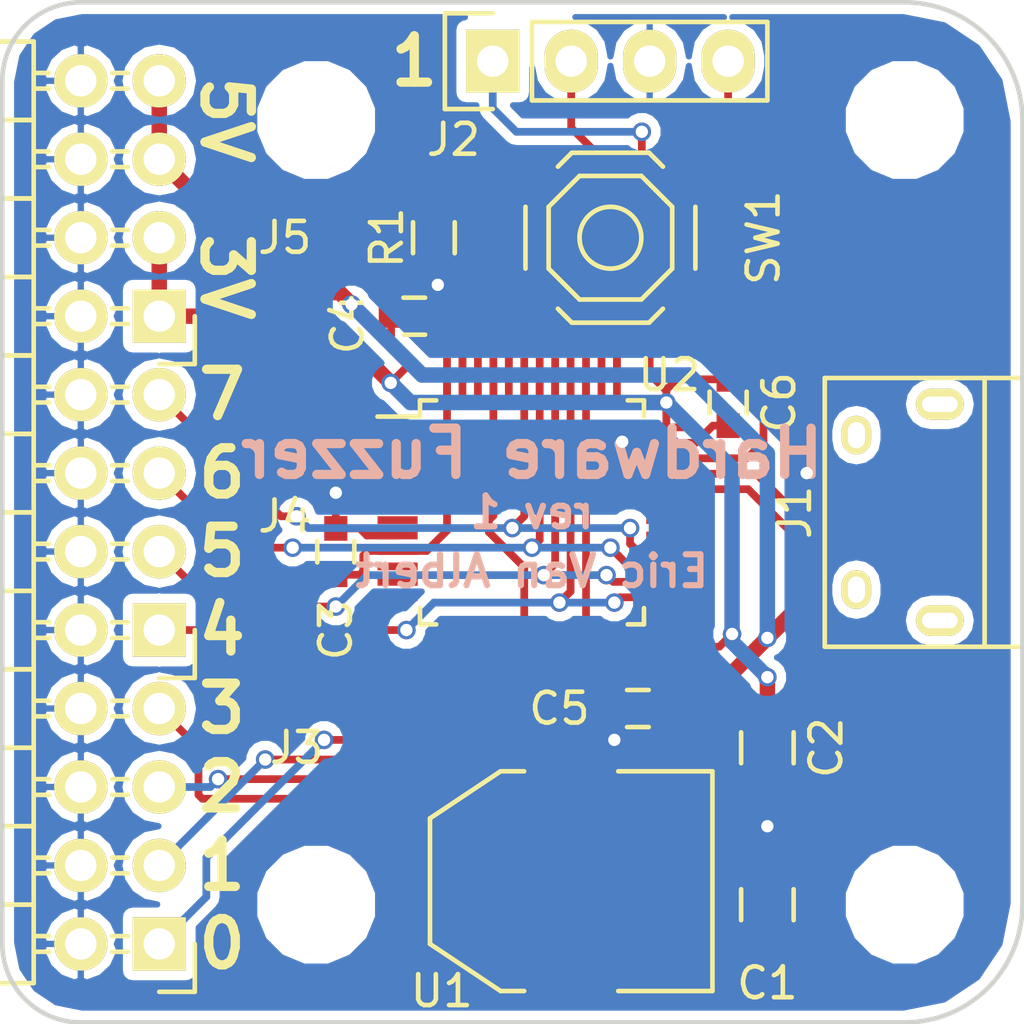
<source format=kicad_pcb>
(kicad_pcb (version 4) (host pcbnew 4.0.6)

  (general
    (links 69)
    (no_connects 6)
    (area 144.054999 67.991666 194.690953 105.775)
    (thickness 1.6)
    (drawings 22)
    (tracks 226)
    (zones 0)
    (modules 19)
    (nets 39)
  )

  (page A4)
  (layers
    (0 F.Cu signal hide)
    (31 B.Cu signal hide)
    (32 B.Adhes user)
    (33 F.Adhes user)
    (34 B.Paste user)
    (35 F.Paste user)
    (36 B.SilkS user)
    (37 F.SilkS user)
    (38 B.Mask user)
    (39 F.Mask user)
    (40 Dwgs.User user)
    (41 Cmts.User user)
    (42 Eco1.User user)
    (43 Eco2.User user)
    (44 Edge.Cuts user)
    (45 Margin user)
    (46 B.CrtYd user)
    (47 F.CrtYd user)
    (48 B.Fab user)
    (49 F.Fab user)
  )

  (setup
    (last_trace_width 0.25)
    (user_trace_width 0.5)
    (trace_clearance 0.2)
    (zone_clearance 0.305)
    (zone_45_only no)
    (trace_min 0.2)
    (segment_width 0.2)
    (edge_width 0.15)
    (via_size 0.6)
    (via_drill 0.4)
    (via_min_size 0.4)
    (via_min_drill 0.3)
    (uvia_size 0.3)
    (uvia_drill 0.1)
    (uvias_allowed no)
    (uvia_min_size 0.2)
    (uvia_min_drill 0.1)
    (pcb_text_width 0.3)
    (pcb_text_size 1.5 1.5)
    (mod_edge_width 0.15)
    (mod_text_size 1 1)
    (mod_text_width 0.15)
    (pad_size 1.524 1.524)
    (pad_drill 0.762)
    (pad_to_mask_clearance 0.2)
    (aux_axis_origin 0 0)
    (grid_origin 160.02 99.06)
    (visible_elements FFFEFF7F)
    (pcbplotparams
      (layerselection 0x010f0_80000001)
      (usegerberextensions false)
      (excludeedgelayer true)
      (linewidth 0.100000)
      (plotframeref false)
      (viasonmask false)
      (mode 1)
      (useauxorigin false)
      (hpglpennumber 1)
      (hpglpenspeed 20)
      (hpglpendiameter 15)
      (hpglpenoverlay 2)
      (psnegative false)
      (psa4output false)
      (plotreference true)
      (plotvalue true)
      (plotinvisibletext false)
      (padsonsilk false)
      (subtractmaskfromsilk false)
      (outputformat 1)
      (mirror false)
      (drillshape 0)
      (scaleselection 1)
      (outputdirectory gerber/))
  )

  (net 0 "")
  (net 1 +5V)
  (net 2 GND)
  (net 3 VDD)
  (net 4 /USB_DM)
  (net 5 /USB_DP)
  (net 6 "Net-(J1-Pad4)")
  (net 7 "Net-(J1-Pad6)")
  (net 8 /SWCLK)
  (net 9 /SWDAT)
  (net 10 /D0)
  (net 11 /D1)
  (net 12 /D2)
  (net 13 /D3)
  (net 14 /D4)
  (net 15 /D5)
  (net 16 /D6)
  (net 17 /D7)
  (net 18 /BOOT)
  (net 19 "Net-(U2-Pad1)")
  (net 20 "Net-(U2-Pad2)")
  (net 21 "Net-(U2-Pad3)")
  (net 22 "Net-(U2-Pad4)")
  (net 23 "Net-(U2-Pad5)")
  (net 24 "Net-(U2-Pad6)")
  (net 25 "Net-(U2-Pad7)")
  (net 26 "Net-(U2-Pad10)")
  (net 27 "Net-(U2-Pad11)")
  (net 28 "Net-(U2-Pad12)")
  (net 29 "Net-(U2-Pad13)")
  (net 30 "Net-(U2-Pad14)")
  (net 31 "Net-(U2-Pad15)")
  (net 32 "Net-(U2-Pad16)")
  (net 33 "Net-(U2-Pad17)")
  (net 34 "Net-(U2-Pad29)")
  (net 35 "Net-(U2-Pad30)")
  (net 36 "Net-(U2-Pad31)")
  (net 37 "Net-(U2-Pad38)")
  (net 38 "Net-(U2-Pad46)")

  (net_class Default "This is the default net class."
    (clearance 0.2)
    (trace_width 0.25)
    (via_dia 0.6)
    (via_drill 0.4)
    (uvia_dia 0.3)
    (uvia_drill 0.1)
    (add_net +5V)
    (add_net /BOOT)
    (add_net /D0)
    (add_net /D1)
    (add_net /D2)
    (add_net /D3)
    (add_net /D4)
    (add_net /D5)
    (add_net /D6)
    (add_net /D7)
    (add_net /SWCLK)
    (add_net /SWDAT)
    (add_net /USB_DM)
    (add_net /USB_DP)
    (add_net GND)
    (add_net "Net-(J1-Pad4)")
    (add_net "Net-(J1-Pad6)")
    (add_net "Net-(U2-Pad1)")
    (add_net "Net-(U2-Pad10)")
    (add_net "Net-(U2-Pad11)")
    (add_net "Net-(U2-Pad12)")
    (add_net "Net-(U2-Pad13)")
    (add_net "Net-(U2-Pad14)")
    (add_net "Net-(U2-Pad15)")
    (add_net "Net-(U2-Pad16)")
    (add_net "Net-(U2-Pad17)")
    (add_net "Net-(U2-Pad2)")
    (add_net "Net-(U2-Pad29)")
    (add_net "Net-(U2-Pad3)")
    (add_net "Net-(U2-Pad30)")
    (add_net "Net-(U2-Pad31)")
    (add_net "Net-(U2-Pad38)")
    (add_net "Net-(U2-Pad4)")
    (add_net "Net-(U2-Pad46)")
    (add_net "Net-(U2-Pad5)")
    (add_net "Net-(U2-Pad6)")
    (add_net "Net-(U2-Pad7)")
    (add_net VDD)
  )

  (module Capacitors_SMD:C_0805 (layer F.Cu) (tedit 590006FB) (tstamp 58FFE8FC)
    (at 177.165 100.33 90)
    (descr "Capacitor SMD 0805, reflow soldering, AVX (see smccp.pdf)")
    (tags "capacitor 0805")
    (path /58FFFC13)
    (attr smd)
    (fp_text reference C1 (at -2.54 0 180) (layer F.SilkS)
      (effects (font (size 1 1) (thickness 0.15)))
    )
    (fp_text value 1u (at 0 2.1 90) (layer F.Fab)
      (effects (font (size 1 1) (thickness 0.15)))
    )
    (fp_line (start -1.8 -1) (end 1.8 -1) (layer F.CrtYd) (width 0.05))
    (fp_line (start -1.8 1) (end 1.8 1) (layer F.CrtYd) (width 0.05))
    (fp_line (start -1.8 -1) (end -1.8 1) (layer F.CrtYd) (width 0.05))
    (fp_line (start 1.8 -1) (end 1.8 1) (layer F.CrtYd) (width 0.05))
    (fp_line (start 0.5 -0.85) (end -0.5 -0.85) (layer F.SilkS) (width 0.15))
    (fp_line (start -0.5 0.85) (end 0.5 0.85) (layer F.SilkS) (width 0.15))
    (pad 1 smd rect (at -1 0 90) (size 1 1.25) (layers F.Cu F.Paste F.Mask)
      (net 1 +5V))
    (pad 2 smd rect (at 1 0 90) (size 1 1.25) (layers F.Cu F.Paste F.Mask)
      (net 2 GND))
    (model Capacitors_SMD.3dshapes/C_0805.wrl
      (at (xyz 0 0 0))
      (scale (xyz 1 1 1))
      (rotate (xyz 0 0 0))
    )
  )

  (module Capacitors_SMD:C_0805 (layer F.Cu) (tedit 590006C5) (tstamp 58FFE902)
    (at 177.165 95.25 270)
    (descr "Capacitor SMD 0805, reflow soldering, AVX (see smccp.pdf)")
    (tags "capacitor 0805")
    (path /58FFFCA0)
    (attr smd)
    (fp_text reference C2 (at 0 -1.905 270) (layer F.SilkS)
      (effects (font (size 1 1) (thickness 0.15)))
    )
    (fp_text value 1u (at 0 2.1 270) (layer F.Fab)
      (effects (font (size 1 1) (thickness 0.15)))
    )
    (fp_line (start -1.8 -1) (end 1.8 -1) (layer F.CrtYd) (width 0.05))
    (fp_line (start -1.8 1) (end 1.8 1) (layer F.CrtYd) (width 0.05))
    (fp_line (start -1.8 -1) (end -1.8 1) (layer F.CrtYd) (width 0.05))
    (fp_line (start 1.8 -1) (end 1.8 1) (layer F.CrtYd) (width 0.05))
    (fp_line (start 0.5 -0.85) (end -0.5 -0.85) (layer F.SilkS) (width 0.15))
    (fp_line (start -0.5 0.85) (end 0.5 0.85) (layer F.SilkS) (width 0.15))
    (pad 1 smd rect (at -1 0 270) (size 1 1.25) (layers F.Cu F.Paste F.Mask)
      (net 3 VDD))
    (pad 2 smd rect (at 1 0 270) (size 1 1.25) (layers F.Cu F.Paste F.Mask)
      (net 2 GND))
    (model Capacitors_SMD.3dshapes/C_0805.wrl
      (at (xyz 0 0 0))
      (scale (xyz 1 1 1))
      (rotate (xyz 0 0 0))
    )
  )

  (module Capacitors_SMD:C_0603 (layer F.Cu) (tedit 590005C1) (tstamp 58FFE908)
    (at 163.195 88.9 90)
    (descr "Capacitor SMD 0603, reflow soldering, AVX (see smccp.pdf)")
    (tags "capacitor 0603")
    (path /59000133)
    (attr smd)
    (fp_text reference C3 (at -2.54 0 90) (layer F.SilkS)
      (effects (font (size 1 1) (thickness 0.15)))
    )
    (fp_text value 100n (at 0 1.9 90) (layer F.Fab)
      (effects (font (size 1 1) (thickness 0.15)))
    )
    (fp_line (start -1.45 -0.75) (end 1.45 -0.75) (layer F.CrtYd) (width 0.05))
    (fp_line (start -1.45 0.75) (end 1.45 0.75) (layer F.CrtYd) (width 0.05))
    (fp_line (start -1.45 -0.75) (end -1.45 0.75) (layer F.CrtYd) (width 0.05))
    (fp_line (start 1.45 -0.75) (end 1.45 0.75) (layer F.CrtYd) (width 0.05))
    (fp_line (start -0.35 -0.6) (end 0.35 -0.6) (layer F.SilkS) (width 0.15))
    (fp_line (start 0.35 0.6) (end -0.35 0.6) (layer F.SilkS) (width 0.15))
    (pad 1 smd rect (at -0.75 0 90) (size 0.8 0.75) (layers F.Cu F.Paste F.Mask)
      (net 3 VDD))
    (pad 2 smd rect (at 0.75 0 90) (size 0.8 0.75) (layers F.Cu F.Paste F.Mask)
      (net 2 GND))
    (model Capacitors_SMD.3dshapes/C_0603.wrl
      (at (xyz 0 0 0))
      (scale (xyz 1 1 1))
      (rotate (xyz 0 0 0))
    )
  )

  (module Capacitors_SMD:C_0603 (layer F.Cu) (tedit 59000616) (tstamp 58FFE90E)
    (at 165.735 81.28)
    (descr "Capacitor SMD 0603, reflow soldering, AVX (see smccp.pdf)")
    (tags "capacitor 0603")
    (path /59000309)
    (attr smd)
    (fp_text reference C4 (at -2.159 0.254 90) (layer F.SilkS)
      (effects (font (size 1 1) (thickness 0.15)))
    )
    (fp_text value 100n (at 0 1.9) (layer F.Fab)
      (effects (font (size 1 1) (thickness 0.15)))
    )
    (fp_line (start -1.45 -0.75) (end 1.45 -0.75) (layer F.CrtYd) (width 0.05))
    (fp_line (start -1.45 0.75) (end 1.45 0.75) (layer F.CrtYd) (width 0.05))
    (fp_line (start -1.45 -0.75) (end -1.45 0.75) (layer F.CrtYd) (width 0.05))
    (fp_line (start 1.45 -0.75) (end 1.45 0.75) (layer F.CrtYd) (width 0.05))
    (fp_line (start -0.35 -0.6) (end 0.35 -0.6) (layer F.SilkS) (width 0.15))
    (fp_line (start 0.35 0.6) (end -0.35 0.6) (layer F.SilkS) (width 0.15))
    (pad 1 smd rect (at -0.75 0) (size 0.8 0.75) (layers F.Cu F.Paste F.Mask)
      (net 3 VDD))
    (pad 2 smd rect (at 0.75 0) (size 0.8 0.75) (layers F.Cu F.Paste F.Mask)
      (net 2 GND))
    (model Capacitors_SMD.3dshapes/C_0603.wrl
      (at (xyz 0 0 0))
      (scale (xyz 1 1 1))
      (rotate (xyz 0 0 0))
    )
  )

  (module Capacitors_SMD:C_0603 (layer F.Cu) (tedit 590006C2) (tstamp 58FFE914)
    (at 172.974 93.98 180)
    (descr "Capacitor SMD 0603, reflow soldering, AVX (see smccp.pdf)")
    (tags "capacitor 0603")
    (path /59000420)
    (attr smd)
    (fp_text reference C5 (at 2.54 0 180) (layer F.SilkS)
      (effects (font (size 1 1) (thickness 0.15)))
    )
    (fp_text value 100n (at 0 1.9 180) (layer F.Fab)
      (effects (font (size 1 1) (thickness 0.15)))
    )
    (fp_line (start -1.45 -0.75) (end 1.45 -0.75) (layer F.CrtYd) (width 0.05))
    (fp_line (start -1.45 0.75) (end 1.45 0.75) (layer F.CrtYd) (width 0.05))
    (fp_line (start -1.45 -0.75) (end -1.45 0.75) (layer F.CrtYd) (width 0.05))
    (fp_line (start 1.45 -0.75) (end 1.45 0.75) (layer F.CrtYd) (width 0.05))
    (fp_line (start -0.35 -0.6) (end 0.35 -0.6) (layer F.SilkS) (width 0.15))
    (fp_line (start 0.35 0.6) (end -0.35 0.6) (layer F.SilkS) (width 0.15))
    (pad 1 smd rect (at -0.75 0 180) (size 0.8 0.75) (layers F.Cu F.Paste F.Mask)
      (net 3 VDD))
    (pad 2 smd rect (at 0.75 0 180) (size 0.8 0.75) (layers F.Cu F.Paste F.Mask)
      (net 2 GND))
    (model Capacitors_SMD.3dshapes/C_0603.wrl
      (at (xyz 0 0 0))
      (scale (xyz 1 1 1))
      (rotate (xyz 0 0 0))
    )
  )

  (module Capacitors_SMD:C_0603 (layer F.Cu) (tedit 590006BB) (tstamp 58FFE91A)
    (at 175.895 84.074 270)
    (descr "Capacitor SMD 0603, reflow soldering, AVX (see smccp.pdf)")
    (tags "capacitor 0603")
    (path /590005AC)
    (attr smd)
    (fp_text reference C6 (at 0 -1.651 270) (layer F.SilkS)
      (effects (font (size 1 1) (thickness 0.15)))
    )
    (fp_text value 100n (at 0 1.9 270) (layer F.Fab)
      (effects (font (size 1 1) (thickness 0.15)))
    )
    (fp_line (start -1.45 -0.75) (end 1.45 -0.75) (layer F.CrtYd) (width 0.05))
    (fp_line (start -1.45 0.75) (end 1.45 0.75) (layer F.CrtYd) (width 0.05))
    (fp_line (start -1.45 -0.75) (end -1.45 0.75) (layer F.CrtYd) (width 0.05))
    (fp_line (start 1.45 -0.75) (end 1.45 0.75) (layer F.CrtYd) (width 0.05))
    (fp_line (start -0.35 -0.6) (end 0.35 -0.6) (layer F.SilkS) (width 0.15))
    (fp_line (start 0.35 0.6) (end -0.35 0.6) (layer F.SilkS) (width 0.15))
    (pad 1 smd rect (at -0.75 0 270) (size 0.8 0.75) (layers F.Cu F.Paste F.Mask)
      (net 3 VDD))
    (pad 2 smd rect (at 0.75 0 270) (size 0.8 0.75) (layers F.Cu F.Paste F.Mask)
      (net 2 GND))
    (model Capacitors_SMD.3dshapes/C_0603.wrl
      (at (xyz 0 0 0))
      (scale (xyz 1 1 1))
      (rotate (xyz 0 0 0))
    )
  )

  (module Connect:USB_Micro-B (layer F.Cu) (tedit 590006B7) (tstamp 58FFE927)
    (at 181.61 87.63 90)
    (descr "Micro USB Type B Receptacle")
    (tags "USB USB_B USB_micro USB_OTG")
    (path /58FFDDE4)
    (attr smd)
    (fp_text reference J1 (at 0 -3.556 90) (layer F.SilkS)
      (effects (font (size 1 1) (thickness 0.15)))
    )
    (fp_text value USB_OTG (at 0 4.8 90) (layer F.Fab)
      (effects (font (size 1 1) (thickness 0.15)))
    )
    (fp_line (start -4.6 -2.8) (end 4.6 -2.8) (layer F.CrtYd) (width 0.05))
    (fp_line (start 4.6 -2.8) (end 4.6 4.05) (layer F.CrtYd) (width 0.05))
    (fp_line (start 4.6 4.05) (end -4.6 4.05) (layer F.CrtYd) (width 0.05))
    (fp_line (start -4.6 4.05) (end -4.6 -2.8) (layer F.CrtYd) (width 0.05))
    (fp_line (start -4.3509 3.81746) (end 4.3491 3.81746) (layer F.SilkS) (width 0.15))
    (fp_line (start -4.3509 -2.58754) (end 4.3491 -2.58754) (layer F.SilkS) (width 0.15))
    (fp_line (start 4.3491 -2.58754) (end 4.3491 3.81746) (layer F.SilkS) (width 0.15))
    (fp_line (start 4.3491 2.58746) (end -4.3509 2.58746) (layer F.SilkS) (width 0.15))
    (fp_line (start -4.3509 3.81746) (end -4.3509 -2.58754) (layer F.SilkS) (width 0.15))
    (pad 1 smd rect (at -1.3009 -1.56254 180) (size 1.35 0.4) (layers F.Cu F.Paste F.Mask)
      (net 1 +5V))
    (pad 2 smd rect (at -0.6509 -1.56254 180) (size 1.35 0.4) (layers F.Cu F.Paste F.Mask)
      (net 4 /USB_DM))
    (pad 3 smd rect (at -0.0009 -1.56254 180) (size 1.35 0.4) (layers F.Cu F.Paste F.Mask)
      (net 5 /USB_DP))
    (pad 4 smd rect (at 0.6491 -1.56254 180) (size 1.35 0.4) (layers F.Cu F.Paste F.Mask)
      (net 6 "Net-(J1-Pad4)"))
    (pad 5 smd rect (at 1.2991 -1.56254 180) (size 1.35 0.4) (layers F.Cu F.Paste F.Mask)
      (net 2 GND))
    (pad 6 thru_hole oval (at -2.5009 -1.56254 180) (size 0.95 1.25) (drill oval 0.55 0.85) (layers *.Cu *.Mask F.SilkS)
      (net 7 "Net-(J1-Pad6)"))
    (pad 6 thru_hole oval (at 2.4991 -1.56254 180) (size 0.95 1.25) (drill oval 0.55 0.85) (layers *.Cu *.Mask F.SilkS)
      (net 7 "Net-(J1-Pad6)"))
    (pad 6 thru_hole oval (at -3.5009 1.13746 180) (size 1.55 1) (drill oval 1.15 0.5) (layers *.Cu *.Mask F.SilkS)
      (net 7 "Net-(J1-Pad6)"))
    (pad 6 thru_hole oval (at 3.4991 1.13746 180) (size 1.55 1) (drill oval 1.15 0.5) (layers *.Cu *.Mask F.SilkS)
      (net 7 "Net-(J1-Pad6)"))
  )

  (module Pin_Headers:Pin_Header_Straight_1x04 (layer F.Cu) (tedit 590005FC) (tstamp 58FFE92F)
    (at 168.275 73.025 90)
    (descr "Through hole pin header")
    (tags "pin header")
    (path /59000C1A)
    (fp_text reference J2 (at -2.54 -1.27 180) (layer F.SilkS)
      (effects (font (size 1 1) (thickness 0.15)))
    )
    (fp_text value CONN_01X04 (at 0 -3.1 90) (layer F.Fab)
      (effects (font (size 1 1) (thickness 0.15)))
    )
    (fp_line (start -1.75 -1.75) (end -1.75 9.4) (layer F.CrtYd) (width 0.05))
    (fp_line (start 1.75 -1.75) (end 1.75 9.4) (layer F.CrtYd) (width 0.05))
    (fp_line (start -1.75 -1.75) (end 1.75 -1.75) (layer F.CrtYd) (width 0.05))
    (fp_line (start -1.75 9.4) (end 1.75 9.4) (layer F.CrtYd) (width 0.05))
    (fp_line (start -1.27 1.27) (end -1.27 8.89) (layer F.SilkS) (width 0.15))
    (fp_line (start 1.27 1.27) (end 1.27 8.89) (layer F.SilkS) (width 0.15))
    (fp_line (start 1.55 -1.55) (end 1.55 0) (layer F.SilkS) (width 0.15))
    (fp_line (start -1.27 8.89) (end 1.27 8.89) (layer F.SilkS) (width 0.15))
    (fp_line (start 1.27 1.27) (end -1.27 1.27) (layer F.SilkS) (width 0.15))
    (fp_line (start -1.55 0) (end -1.55 -1.55) (layer F.SilkS) (width 0.15))
    (fp_line (start -1.55 -1.55) (end 1.55 -1.55) (layer F.SilkS) (width 0.15))
    (pad 1 thru_hole rect (at 0 0 90) (size 2.032 1.7272) (drill 1.016) (layers *.Cu *.Mask F.SilkS)
      (net 3 VDD))
    (pad 2 thru_hole oval (at 0 2.54 90) (size 2.032 1.7272) (drill 1.016) (layers *.Cu *.Mask F.SilkS)
      (net 8 /SWCLK))
    (pad 3 thru_hole oval (at 0 5.08 90) (size 2.032 1.7272) (drill 1.016) (layers *.Cu *.Mask F.SilkS)
      (net 2 GND))
    (pad 4 thru_hole oval (at 0 7.62 90) (size 2.032 1.7272) (drill 1.016) (layers *.Cu *.Mask F.SilkS)
      (net 9 /SWDAT))
    (model Pin_Headers.3dshapes/Pin_Header_Straight_1x04.wrl
      (at (xyz 0 -0.15 0))
      (scale (xyz 1 1 1))
      (rotate (xyz 0 0 90))
    )
  )

  (module Pin_Headers:Pin_Header_Angled_2x04 (layer F.Cu) (tedit 59000775) (tstamp 58FFE93B)
    (at 157.48 101.6 180)
    (descr "Through hole pin header")
    (tags "pin header")
    (path /59000F79)
    (fp_text reference J3 (at -4.445 6.35 360) (layer F.SilkS)
      (effects (font (size 1 1) (thickness 0.15)))
    )
    (fp_text value CONN_02X04 (at 0 -3.1 180) (layer F.Fab)
      (effects (font (size 1 1) (thickness 0.15)))
    )
    (fp_line (start 0 -1.55) (end -1.15 -1.55) (layer F.SilkS) (width 0.15))
    (fp_line (start -1.15 -1.55) (end -1.15 0) (layer F.SilkS) (width 0.15))
    (fp_line (start -1.35 -1.75) (end -1.35 9.4) (layer F.CrtYd) (width 0.05))
    (fp_line (start 13.2 -1.75) (end 13.2 9.4) (layer F.CrtYd) (width 0.05))
    (fp_line (start -1.35 -1.75) (end 13.2 -1.75) (layer F.CrtYd) (width 0.05))
    (fp_line (start -1.35 9.4) (end 13.2 9.4) (layer F.CrtYd) (width 0.05))
    (fp_line (start 1.524 7.874) (end 1.016 7.874) (layer F.SilkS) (width 0.15))
    (fp_line (start 1.524 7.366) (end 1.016 7.366) (layer F.SilkS) (width 0.15))
    (fp_line (start 1.524 5.334) (end 1.016 5.334) (layer F.SilkS) (width 0.15))
    (fp_line (start 1.524 4.826) (end 1.016 4.826) (layer F.SilkS) (width 0.15))
    (fp_line (start 1.524 2.794) (end 1.016 2.794) (layer F.SilkS) (width 0.15))
    (fp_line (start 1.524 2.286) (end 1.016 2.286) (layer F.SilkS) (width 0.15))
    (fp_line (start 1.524 0.254) (end 1.016 0.254) (layer F.SilkS) (width 0.15))
    (fp_line (start 1.524 -0.254) (end 1.016 -0.254) (layer F.SilkS) (width 0.15))
    (fp_line (start 4.064 -0.254) (end 3.556 -0.254) (layer F.SilkS) (width 0.15))
    (fp_line (start 4.064 0.254) (end 3.556 0.254) (layer F.SilkS) (width 0.15))
    (fp_line (start 4.064 2.286) (end 3.556 2.286) (layer F.SilkS) (width 0.15))
    (fp_line (start 4.064 2.794) (end 3.556 2.794) (layer F.SilkS) (width 0.15))
    (fp_line (start 4.064 7.874) (end 3.556 7.874) (layer F.SilkS) (width 0.15))
    (fp_line (start 4.064 7.366) (end 3.556 7.366) (layer F.SilkS) (width 0.15))
    (fp_line (start 4.064 5.334) (end 3.556 5.334) (layer F.SilkS) (width 0.15))
    (fp_line (start 4.064 4.826) (end 3.556 4.826) (layer F.SilkS) (width 0.15))
    (fp_line (start 6.604 -0.127) (end 12.573 -0.127) (layer F.SilkS) (width 0.15))
    (fp_line (start 12.573 -0.127) (end 12.573 0.127) (layer F.SilkS) (width 0.15))
    (fp_line (start 12.573 0.127) (end 6.731 0.127) (layer F.SilkS) (width 0.15))
    (fp_line (start 6.731 0.127) (end 6.731 0) (layer F.SilkS) (width 0.15))
    (fp_line (start 6.731 0) (end 12.573 0) (layer F.SilkS) (width 0.15))
    (fp_line (start 4.064 8.89) (end 6.604 8.89) (layer F.SilkS) (width 0.15))
    (fp_line (start 4.064 3.81) (end 6.604 3.81) (layer F.SilkS) (width 0.15))
    (fp_line (start 4.064 3.81) (end 4.064 6.35) (layer F.SilkS) (width 0.15))
    (fp_line (start 4.064 6.35) (end 6.604 6.35) (layer F.SilkS) (width 0.15))
    (fp_line (start 6.604 4.826) (end 12.7 4.826) (layer F.SilkS) (width 0.15))
    (fp_line (start 12.7 4.826) (end 12.7 5.334) (layer F.SilkS) (width 0.15))
    (fp_line (start 12.7 5.334) (end 6.604 5.334) (layer F.SilkS) (width 0.15))
    (fp_line (start 6.604 6.35) (end 6.604 3.81) (layer F.SilkS) (width 0.15))
    (fp_line (start 6.604 8.89) (end 6.604 6.35) (layer F.SilkS) (width 0.15))
    (fp_line (start 12.7 7.874) (end 6.604 7.874) (layer F.SilkS) (width 0.15))
    (fp_line (start 12.7 7.366) (end 12.7 7.874) (layer F.SilkS) (width 0.15))
    (fp_line (start 6.604 7.366) (end 12.7 7.366) (layer F.SilkS) (width 0.15))
    (fp_line (start 4.064 8.89) (end 6.604 8.89) (layer F.SilkS) (width 0.15))
    (fp_line (start 4.064 6.35) (end 4.064 8.89) (layer F.SilkS) (width 0.15))
    (fp_line (start 4.064 6.35) (end 6.604 6.35) (layer F.SilkS) (width 0.15))
    (fp_line (start 4.064 1.27) (end 6.604 1.27) (layer F.SilkS) (width 0.15))
    (fp_line (start 4.064 1.27) (end 4.064 3.81) (layer F.SilkS) (width 0.15))
    (fp_line (start 4.064 3.81) (end 6.604 3.81) (layer F.SilkS) (width 0.15))
    (fp_line (start 6.604 2.286) (end 12.7 2.286) (layer F.SilkS) (width 0.15))
    (fp_line (start 12.7 2.286) (end 12.7 2.794) (layer F.SilkS) (width 0.15))
    (fp_line (start 12.7 2.794) (end 6.604 2.794) (layer F.SilkS) (width 0.15))
    (fp_line (start 6.604 3.81) (end 6.604 1.27) (layer F.SilkS) (width 0.15))
    (fp_line (start 6.604 1.27) (end 6.604 -1.27) (layer F.SilkS) (width 0.15))
    (fp_line (start 12.7 0.254) (end 6.604 0.254) (layer F.SilkS) (width 0.15))
    (fp_line (start 12.7 -0.254) (end 12.7 0.254) (layer F.SilkS) (width 0.15))
    (fp_line (start 6.604 -0.254) (end 12.7 -0.254) (layer F.SilkS) (width 0.15))
    (fp_line (start 4.064 1.27) (end 6.604 1.27) (layer F.SilkS) (width 0.15))
    (fp_line (start 4.064 -1.27) (end 4.064 1.27) (layer F.SilkS) (width 0.15))
    (fp_line (start 4.064 -1.27) (end 6.604 -1.27) (layer F.SilkS) (width 0.15))
    (pad 1 thru_hole rect (at 0 0 180) (size 1.7272 1.7272) (drill 1.016) (layers *.Cu *.Mask F.SilkS)
      (net 10 /D0))
    (pad 2 thru_hole oval (at 2.54 0 180) (size 1.7272 1.7272) (drill 1.016) (layers *.Cu *.Mask F.SilkS)
      (net 2 GND))
    (pad 3 thru_hole oval (at 0 2.54 180) (size 1.7272 1.7272) (drill 1.016) (layers *.Cu *.Mask F.SilkS)
      (net 11 /D1))
    (pad 4 thru_hole oval (at 2.54 2.54 180) (size 1.7272 1.7272) (drill 1.016) (layers *.Cu *.Mask F.SilkS)
      (net 2 GND))
    (pad 5 thru_hole oval (at 0 5.08 180) (size 1.7272 1.7272) (drill 1.016) (layers *.Cu *.Mask F.SilkS)
      (net 12 /D2))
    (pad 6 thru_hole oval (at 2.54 5.08 180) (size 1.7272 1.7272) (drill 1.016) (layers *.Cu *.Mask F.SilkS)
      (net 2 GND))
    (pad 7 thru_hole oval (at 0 7.62 180) (size 1.7272 1.7272) (drill 1.016) (layers *.Cu *.Mask F.SilkS)
      (net 13 /D3))
    (pad 8 thru_hole oval (at 2.54 7.62 180) (size 1.7272 1.7272) (drill 1.016) (layers *.Cu *.Mask F.SilkS)
      (net 2 GND))
    (model Pin_Headers.3dshapes/Pin_Header_Angled_2x04.wrl
      (at (xyz 0.05 -0.15 0))
      (scale (xyz 1 1 1))
      (rotate (xyz 0 0 90))
    )
  )

  (module Pin_Headers:Pin_Header_Angled_2x04 (layer F.Cu) (tedit 590007DE) (tstamp 58FFE947)
    (at 157.48 91.44 180)
    (descr "Through hole pin header")
    (tags "pin header")
    (path /5900100B)
    (fp_text reference J4 (at -4.064 3.683 180) (layer F.SilkS)
      (effects (font (size 1 1) (thickness 0.15)))
    )
    (fp_text value CONN_02X04 (at 0 -3.1 180) (layer F.Fab)
      (effects (font (size 1 1) (thickness 0.15)))
    )
    (fp_line (start 0 -1.55) (end -1.15 -1.55) (layer F.SilkS) (width 0.15))
    (fp_line (start -1.15 -1.55) (end -1.15 0) (layer F.SilkS) (width 0.15))
    (fp_line (start -1.35 -1.75) (end -1.35 9.4) (layer F.CrtYd) (width 0.05))
    (fp_line (start 13.2 -1.75) (end 13.2 9.4) (layer F.CrtYd) (width 0.05))
    (fp_line (start -1.35 -1.75) (end 13.2 -1.75) (layer F.CrtYd) (width 0.05))
    (fp_line (start -1.35 9.4) (end 13.2 9.4) (layer F.CrtYd) (width 0.05))
    (fp_line (start 1.524 7.874) (end 1.016 7.874) (layer F.SilkS) (width 0.15))
    (fp_line (start 1.524 7.366) (end 1.016 7.366) (layer F.SilkS) (width 0.15))
    (fp_line (start 1.524 5.334) (end 1.016 5.334) (layer F.SilkS) (width 0.15))
    (fp_line (start 1.524 4.826) (end 1.016 4.826) (layer F.SilkS) (width 0.15))
    (fp_line (start 1.524 2.794) (end 1.016 2.794) (layer F.SilkS) (width 0.15))
    (fp_line (start 1.524 2.286) (end 1.016 2.286) (layer F.SilkS) (width 0.15))
    (fp_line (start 1.524 0.254) (end 1.016 0.254) (layer F.SilkS) (width 0.15))
    (fp_line (start 1.524 -0.254) (end 1.016 -0.254) (layer F.SilkS) (width 0.15))
    (fp_line (start 4.064 -0.254) (end 3.556 -0.254) (layer F.SilkS) (width 0.15))
    (fp_line (start 4.064 0.254) (end 3.556 0.254) (layer F.SilkS) (width 0.15))
    (fp_line (start 4.064 2.286) (end 3.556 2.286) (layer F.SilkS) (width 0.15))
    (fp_line (start 4.064 2.794) (end 3.556 2.794) (layer F.SilkS) (width 0.15))
    (fp_line (start 4.064 7.874) (end 3.556 7.874) (layer F.SilkS) (width 0.15))
    (fp_line (start 4.064 7.366) (end 3.556 7.366) (layer F.SilkS) (width 0.15))
    (fp_line (start 4.064 5.334) (end 3.556 5.334) (layer F.SilkS) (width 0.15))
    (fp_line (start 4.064 4.826) (end 3.556 4.826) (layer F.SilkS) (width 0.15))
    (fp_line (start 6.604 -0.127) (end 12.573 -0.127) (layer F.SilkS) (width 0.15))
    (fp_line (start 12.573 -0.127) (end 12.573 0.127) (layer F.SilkS) (width 0.15))
    (fp_line (start 12.573 0.127) (end 6.731 0.127) (layer F.SilkS) (width 0.15))
    (fp_line (start 6.731 0.127) (end 6.731 0) (layer F.SilkS) (width 0.15))
    (fp_line (start 6.731 0) (end 12.573 0) (layer F.SilkS) (width 0.15))
    (fp_line (start 4.064 8.89) (end 6.604 8.89) (layer F.SilkS) (width 0.15))
    (fp_line (start 4.064 3.81) (end 6.604 3.81) (layer F.SilkS) (width 0.15))
    (fp_line (start 4.064 3.81) (end 4.064 6.35) (layer F.SilkS) (width 0.15))
    (fp_line (start 4.064 6.35) (end 6.604 6.35) (layer F.SilkS) (width 0.15))
    (fp_line (start 6.604 4.826) (end 12.7 4.826) (layer F.SilkS) (width 0.15))
    (fp_line (start 12.7 4.826) (end 12.7 5.334) (layer F.SilkS) (width 0.15))
    (fp_line (start 12.7 5.334) (end 6.604 5.334) (layer F.SilkS) (width 0.15))
    (fp_line (start 6.604 6.35) (end 6.604 3.81) (layer F.SilkS) (width 0.15))
    (fp_line (start 6.604 8.89) (end 6.604 6.35) (layer F.SilkS) (width 0.15))
    (fp_line (start 12.7 7.874) (end 6.604 7.874) (layer F.SilkS) (width 0.15))
    (fp_line (start 12.7 7.366) (end 12.7 7.874) (layer F.SilkS) (width 0.15))
    (fp_line (start 6.604 7.366) (end 12.7 7.366) (layer F.SilkS) (width 0.15))
    (fp_line (start 4.064 8.89) (end 6.604 8.89) (layer F.SilkS) (width 0.15))
    (fp_line (start 4.064 6.35) (end 4.064 8.89) (layer F.SilkS) (width 0.15))
    (fp_line (start 4.064 6.35) (end 6.604 6.35) (layer F.SilkS) (width 0.15))
    (fp_line (start 4.064 1.27) (end 6.604 1.27) (layer F.SilkS) (width 0.15))
    (fp_line (start 4.064 1.27) (end 4.064 3.81) (layer F.SilkS) (width 0.15))
    (fp_line (start 4.064 3.81) (end 6.604 3.81) (layer F.SilkS) (width 0.15))
    (fp_line (start 6.604 2.286) (end 12.7 2.286) (layer F.SilkS) (width 0.15))
    (fp_line (start 12.7 2.286) (end 12.7 2.794) (layer F.SilkS) (width 0.15))
    (fp_line (start 12.7 2.794) (end 6.604 2.794) (layer F.SilkS) (width 0.15))
    (fp_line (start 6.604 3.81) (end 6.604 1.27) (layer F.SilkS) (width 0.15))
    (fp_line (start 6.604 1.27) (end 6.604 -1.27) (layer F.SilkS) (width 0.15))
    (fp_line (start 12.7 0.254) (end 6.604 0.254) (layer F.SilkS) (width 0.15))
    (fp_line (start 12.7 -0.254) (end 12.7 0.254) (layer F.SilkS) (width 0.15))
    (fp_line (start 6.604 -0.254) (end 12.7 -0.254) (layer F.SilkS) (width 0.15))
    (fp_line (start 4.064 1.27) (end 6.604 1.27) (layer F.SilkS) (width 0.15))
    (fp_line (start 4.064 -1.27) (end 4.064 1.27) (layer F.SilkS) (width 0.15))
    (fp_line (start 4.064 -1.27) (end 6.604 -1.27) (layer F.SilkS) (width 0.15))
    (pad 1 thru_hole rect (at 0 0 180) (size 1.7272 1.7272) (drill 1.016) (layers *.Cu *.Mask F.SilkS)
      (net 14 /D4))
    (pad 2 thru_hole oval (at 2.54 0 180) (size 1.7272 1.7272) (drill 1.016) (layers *.Cu *.Mask F.SilkS)
      (net 2 GND))
    (pad 3 thru_hole oval (at 0 2.54 180) (size 1.7272 1.7272) (drill 1.016) (layers *.Cu *.Mask F.SilkS)
      (net 15 /D5))
    (pad 4 thru_hole oval (at 2.54 2.54 180) (size 1.7272 1.7272) (drill 1.016) (layers *.Cu *.Mask F.SilkS)
      (net 2 GND))
    (pad 5 thru_hole oval (at 0 5.08 180) (size 1.7272 1.7272) (drill 1.016) (layers *.Cu *.Mask F.SilkS)
      (net 16 /D6))
    (pad 6 thru_hole oval (at 2.54 5.08 180) (size 1.7272 1.7272) (drill 1.016) (layers *.Cu *.Mask F.SilkS)
      (net 2 GND))
    (pad 7 thru_hole oval (at 0 7.62 180) (size 1.7272 1.7272) (drill 1.016) (layers *.Cu *.Mask F.SilkS)
      (net 17 /D7))
    (pad 8 thru_hole oval (at 2.54 7.62 180) (size 1.7272 1.7272) (drill 1.016) (layers *.Cu *.Mask F.SilkS)
      (net 2 GND))
    (model Pin_Headers.3dshapes/Pin_Header_Angled_2x04.wrl
      (at (xyz 0.05 -0.15 0))
      (scale (xyz 1 1 1))
      (rotate (xyz 0 0 90))
    )
  )

  (module Pin_Headers:Pin_Header_Angled_2x04 (layer F.Cu) (tedit 590007E6) (tstamp 58FFE953)
    (at 157.48 81.28 180)
    (descr "Through hole pin header")
    (tags "pin header")
    (path /590010D9)
    (fp_text reference J5 (at -4.064 2.54 360) (layer F.SilkS)
      (effects (font (size 1 1) (thickness 0.15)))
    )
    (fp_text value CONN_02X04 (at 0 -3.1 180) (layer F.Fab)
      (effects (font (size 1 1) (thickness 0.15)))
    )
    (fp_line (start 0 -1.55) (end -1.15 -1.55) (layer F.SilkS) (width 0.15))
    (fp_line (start -1.15 -1.55) (end -1.15 0) (layer F.SilkS) (width 0.15))
    (fp_line (start -1.35 -1.75) (end -1.35 9.4) (layer F.CrtYd) (width 0.05))
    (fp_line (start 13.2 -1.75) (end 13.2 9.4) (layer F.CrtYd) (width 0.05))
    (fp_line (start -1.35 -1.75) (end 13.2 -1.75) (layer F.CrtYd) (width 0.05))
    (fp_line (start -1.35 9.4) (end 13.2 9.4) (layer F.CrtYd) (width 0.05))
    (fp_line (start 1.524 7.874) (end 1.016 7.874) (layer F.SilkS) (width 0.15))
    (fp_line (start 1.524 7.366) (end 1.016 7.366) (layer F.SilkS) (width 0.15))
    (fp_line (start 1.524 5.334) (end 1.016 5.334) (layer F.SilkS) (width 0.15))
    (fp_line (start 1.524 4.826) (end 1.016 4.826) (layer F.SilkS) (width 0.15))
    (fp_line (start 1.524 2.794) (end 1.016 2.794) (layer F.SilkS) (width 0.15))
    (fp_line (start 1.524 2.286) (end 1.016 2.286) (layer F.SilkS) (width 0.15))
    (fp_line (start 1.524 0.254) (end 1.016 0.254) (layer F.SilkS) (width 0.15))
    (fp_line (start 1.524 -0.254) (end 1.016 -0.254) (layer F.SilkS) (width 0.15))
    (fp_line (start 4.064 -0.254) (end 3.556 -0.254) (layer F.SilkS) (width 0.15))
    (fp_line (start 4.064 0.254) (end 3.556 0.254) (layer F.SilkS) (width 0.15))
    (fp_line (start 4.064 2.286) (end 3.556 2.286) (layer F.SilkS) (width 0.15))
    (fp_line (start 4.064 2.794) (end 3.556 2.794) (layer F.SilkS) (width 0.15))
    (fp_line (start 4.064 7.874) (end 3.556 7.874) (layer F.SilkS) (width 0.15))
    (fp_line (start 4.064 7.366) (end 3.556 7.366) (layer F.SilkS) (width 0.15))
    (fp_line (start 4.064 5.334) (end 3.556 5.334) (layer F.SilkS) (width 0.15))
    (fp_line (start 4.064 4.826) (end 3.556 4.826) (layer F.SilkS) (width 0.15))
    (fp_line (start 6.604 -0.127) (end 12.573 -0.127) (layer F.SilkS) (width 0.15))
    (fp_line (start 12.573 -0.127) (end 12.573 0.127) (layer F.SilkS) (width 0.15))
    (fp_line (start 12.573 0.127) (end 6.731 0.127) (layer F.SilkS) (width 0.15))
    (fp_line (start 6.731 0.127) (end 6.731 0) (layer F.SilkS) (width 0.15))
    (fp_line (start 6.731 0) (end 12.573 0) (layer F.SilkS) (width 0.15))
    (fp_line (start 4.064 8.89) (end 6.604 8.89) (layer F.SilkS) (width 0.15))
    (fp_line (start 4.064 3.81) (end 6.604 3.81) (layer F.SilkS) (width 0.15))
    (fp_line (start 4.064 3.81) (end 4.064 6.35) (layer F.SilkS) (width 0.15))
    (fp_line (start 4.064 6.35) (end 6.604 6.35) (layer F.SilkS) (width 0.15))
    (fp_line (start 6.604 4.826) (end 12.7 4.826) (layer F.SilkS) (width 0.15))
    (fp_line (start 12.7 4.826) (end 12.7 5.334) (layer F.SilkS) (width 0.15))
    (fp_line (start 12.7 5.334) (end 6.604 5.334) (layer F.SilkS) (width 0.15))
    (fp_line (start 6.604 6.35) (end 6.604 3.81) (layer F.SilkS) (width 0.15))
    (fp_line (start 6.604 8.89) (end 6.604 6.35) (layer F.SilkS) (width 0.15))
    (fp_line (start 12.7 7.874) (end 6.604 7.874) (layer F.SilkS) (width 0.15))
    (fp_line (start 12.7 7.366) (end 12.7 7.874) (layer F.SilkS) (width 0.15))
    (fp_line (start 6.604 7.366) (end 12.7 7.366) (layer F.SilkS) (width 0.15))
    (fp_line (start 4.064 8.89) (end 6.604 8.89) (layer F.SilkS) (width 0.15))
    (fp_line (start 4.064 6.35) (end 4.064 8.89) (layer F.SilkS) (width 0.15))
    (fp_line (start 4.064 6.35) (end 6.604 6.35) (layer F.SilkS) (width 0.15))
    (fp_line (start 4.064 1.27) (end 6.604 1.27) (layer F.SilkS) (width 0.15))
    (fp_line (start 4.064 1.27) (end 4.064 3.81) (layer F.SilkS) (width 0.15))
    (fp_line (start 4.064 3.81) (end 6.604 3.81) (layer F.SilkS) (width 0.15))
    (fp_line (start 6.604 2.286) (end 12.7 2.286) (layer F.SilkS) (width 0.15))
    (fp_line (start 12.7 2.286) (end 12.7 2.794) (layer F.SilkS) (width 0.15))
    (fp_line (start 12.7 2.794) (end 6.604 2.794) (layer F.SilkS) (width 0.15))
    (fp_line (start 6.604 3.81) (end 6.604 1.27) (layer F.SilkS) (width 0.15))
    (fp_line (start 6.604 1.27) (end 6.604 -1.27) (layer F.SilkS) (width 0.15))
    (fp_line (start 12.7 0.254) (end 6.604 0.254) (layer F.SilkS) (width 0.15))
    (fp_line (start 12.7 -0.254) (end 12.7 0.254) (layer F.SilkS) (width 0.15))
    (fp_line (start 6.604 -0.254) (end 12.7 -0.254) (layer F.SilkS) (width 0.15))
    (fp_line (start 4.064 1.27) (end 6.604 1.27) (layer F.SilkS) (width 0.15))
    (fp_line (start 4.064 -1.27) (end 4.064 1.27) (layer F.SilkS) (width 0.15))
    (fp_line (start 4.064 -1.27) (end 6.604 -1.27) (layer F.SilkS) (width 0.15))
    (pad 1 thru_hole rect (at 0 0 180) (size 1.7272 1.7272) (drill 1.016) (layers *.Cu *.Mask F.SilkS)
      (net 3 VDD))
    (pad 2 thru_hole oval (at 2.54 0 180) (size 1.7272 1.7272) (drill 1.016) (layers *.Cu *.Mask F.SilkS)
      (net 2 GND))
    (pad 3 thru_hole oval (at 0 2.54 180) (size 1.7272 1.7272) (drill 1.016) (layers *.Cu *.Mask F.SilkS)
      (net 3 VDD))
    (pad 4 thru_hole oval (at 2.54 2.54 180) (size 1.7272 1.7272) (drill 1.016) (layers *.Cu *.Mask F.SilkS)
      (net 2 GND))
    (pad 5 thru_hole oval (at 0 5.08 180) (size 1.7272 1.7272) (drill 1.016) (layers *.Cu *.Mask F.SilkS)
      (net 1 +5V))
    (pad 6 thru_hole oval (at 2.54 5.08 180) (size 1.7272 1.7272) (drill 1.016) (layers *.Cu *.Mask F.SilkS)
      (net 2 GND))
    (pad 7 thru_hole oval (at 0 7.62 180) (size 1.7272 1.7272) (drill 1.016) (layers *.Cu *.Mask F.SilkS)
      (net 1 +5V))
    (pad 8 thru_hole oval (at 2.54 7.62 180) (size 1.7272 1.7272) (drill 1.016) (layers *.Cu *.Mask F.SilkS)
      (net 2 GND))
    (model Pin_Headers.3dshapes/Pin_Header_Angled_2x04.wrl
      (at (xyz 0.05 -0.15 0))
      (scale (xyz 1 1 1))
      (rotate (xyz 0 0 90))
    )
  )

  (module Resistors_SMD:R_0603 (layer F.Cu) (tedit 59000618) (tstamp 58FFE959)
    (at 166.37 78.74 270)
    (descr "Resistor SMD 0603, reflow soldering, Vishay (see dcrcw.pdf)")
    (tags "resistor 0603")
    (path /59001871)
    (attr smd)
    (fp_text reference R1 (at 0 1.524 270) (layer F.SilkS)
      (effects (font (size 1 1) (thickness 0.15)))
    )
    (fp_text value 10K (at 0 1.9 270) (layer F.Fab)
      (effects (font (size 1 1) (thickness 0.15)))
    )
    (fp_line (start -1.3 -0.8) (end 1.3 -0.8) (layer F.CrtYd) (width 0.05))
    (fp_line (start -1.3 0.8) (end 1.3 0.8) (layer F.CrtYd) (width 0.05))
    (fp_line (start -1.3 -0.8) (end -1.3 0.8) (layer F.CrtYd) (width 0.05))
    (fp_line (start 1.3 -0.8) (end 1.3 0.8) (layer F.CrtYd) (width 0.05))
    (fp_line (start 0.5 0.675) (end -0.5 0.675) (layer F.SilkS) (width 0.15))
    (fp_line (start -0.5 -0.675) (end 0.5 -0.675) (layer F.SilkS) (width 0.15))
    (pad 1 smd rect (at -0.75 0 270) (size 0.5 0.9) (layers F.Cu F.Paste F.Mask)
      (net 18 /BOOT))
    (pad 2 smd rect (at 0.75 0 270) (size 0.5 0.9) (layers F.Cu F.Paste F.Mask)
      (net 2 GND))
    (model Resistors_SMD.3dshapes/R_0603.wrl
      (at (xyz 0 0 0))
      (scale (xyz 1 1 1))
      (rotate (xyz 0 0 0))
    )
  )

  (module Buttons_Switches_SMD:SW_SPST_TL3342 (layer F.Cu) (tedit 5900061D) (tstamp 58FFE961)
    (at 172.085 78.74 180)
    (descr "Low-profile SMD Tactile Switch, https://www.e-switch.com/system/asset/product_line/data_sheet/165/TL3342.pdf")
    (tags "SPST Tactile Switch")
    (path /58FFFF87)
    (attr smd)
    (fp_text reference SW1 (at -4.953 0 270) (layer F.SilkS)
      (effects (font (size 1 1) (thickness 0.15)))
    )
    (fp_text value SPST (at 0 3.75 180) (layer F.Fab)
      (effects (font (size 1 1) (thickness 0.15)))
    )
    (fp_line (start 3.2 2.1) (end 3.2 1.6) (layer F.Fab) (width 0.15))
    (fp_line (start 3.2 -2.1) (end 3.2 -1.6) (layer F.Fab) (width 0.15))
    (fp_line (start -3.2 2.1) (end -3.2 1.6) (layer F.Fab) (width 0.15))
    (fp_line (start -3.2 -2.1) (end -3.2 -1.6) (layer F.Fab) (width 0.15))
    (fp_line (start 2.7 -2.1) (end 2.7 -1.6) (layer F.Fab) (width 0.15))
    (fp_line (start 1.7 -2.1) (end 3.2 -2.1) (layer F.Fab) (width 0.15))
    (fp_line (start 3.2 -1.6) (end 2.2 -1.6) (layer F.Fab) (width 0.15))
    (fp_line (start -2.7 -2.1) (end -2.7 -1.6) (layer F.Fab) (width 0.15))
    (fp_line (start -1.7 -2.1) (end -3.2 -2.1) (layer F.Fab) (width 0.15))
    (fp_line (start -3.2 -1.6) (end -2.2 -1.6) (layer F.Fab) (width 0.15))
    (fp_line (start -2.7 2.1) (end -2.7 1.6) (layer F.Fab) (width 0.15))
    (fp_line (start -3.2 1.6) (end -2.2 1.6) (layer F.Fab) (width 0.15))
    (fp_line (start -1.7 2.1) (end -3.2 2.1) (layer F.Fab) (width 0.15))
    (fp_line (start 1.7 2.1) (end 3.2 2.1) (layer F.Fab) (width 0.15))
    (fp_line (start 2.7 2.1) (end 2.7 1.6) (layer F.Fab) (width 0.15))
    (fp_line (start 3.2 1.6) (end 2.2 1.6) (layer F.Fab) (width 0.15))
    (fp_line (start -1.7 2.3) (end -1.25 2.75) (layer F.SilkS) (width 0.15))
    (fp_line (start 1.7 2.3) (end 1.25 2.75) (layer F.SilkS) (width 0.15))
    (fp_line (start 1.7 -2.3) (end 1.25 -2.75) (layer F.SilkS) (width 0.15))
    (fp_line (start -1.7 -2.3) (end -1.25 -2.75) (layer F.SilkS) (width 0.15))
    (fp_line (start -2 -1) (end -1 -2) (layer F.SilkS) (width 0.15))
    (fp_line (start -1 -2) (end 1 -2) (layer F.SilkS) (width 0.15))
    (fp_line (start 1 -2) (end 2 -1) (layer F.SilkS) (width 0.15))
    (fp_line (start 2 -1) (end 2 1) (layer F.SilkS) (width 0.15))
    (fp_line (start 2 1) (end 1 2) (layer F.SilkS) (width 0.15))
    (fp_line (start 1 2) (end -1 2) (layer F.SilkS) (width 0.15))
    (fp_line (start -1 2) (end -2 1) (layer F.SilkS) (width 0.15))
    (fp_line (start -2 1) (end -2 -1) (layer F.SilkS) (width 0.15))
    (fp_line (start 2.75 -1) (end 2.75 1) (layer F.SilkS) (width 0.15))
    (fp_line (start -1.25 2.75) (end 1.25 2.75) (layer F.SilkS) (width 0.15))
    (fp_line (start -2.75 -1) (end -2.75 1) (layer F.SilkS) (width 0.15))
    (fp_line (start -1.25 -2.75) (end 1.25 -2.75) (layer F.SilkS) (width 0.15))
    (fp_circle (center 0 0) (end 1 0) (layer F.SilkS) (width 0.15))
    (fp_line (start -2.6 -1.2) (end -2.6 1.2) (layer F.Fab) (width 0.15))
    (fp_line (start -2.6 1.2) (end -1.2 2.6) (layer F.Fab) (width 0.15))
    (fp_line (start -1.2 2.6) (end 1.2 2.6) (layer F.Fab) (width 0.15))
    (fp_line (start 1.2 2.6) (end 2.6 1.2) (layer F.Fab) (width 0.15))
    (fp_line (start 2.6 1.2) (end 2.6 -1.2) (layer F.Fab) (width 0.15))
    (fp_line (start 2.6 -1.2) (end 1.2 -2.6) (layer F.Fab) (width 0.15))
    (fp_line (start 1.2 -2.6) (end -1.2 -2.6) (layer F.Fab) (width 0.15))
    (fp_line (start -1.2 -2.6) (end -2.6 -1.2) (layer F.Fab) (width 0.15))
    (fp_line (start -4.25 -3) (end 4.25 -3) (layer F.CrtYd) (width 0.05))
    (fp_line (start 4.25 -3) (end 4.25 3) (layer F.CrtYd) (width 0.05))
    (fp_line (start 4.25 3) (end -4.25 3) (layer F.CrtYd) (width 0.05))
    (fp_line (start -4.25 3) (end -4.25 -3) (layer F.CrtYd) (width 0.05))
    (pad 1 smd rect (at -3.15 -1.9 180) (size 1.7 1) (layers F.Cu F.Paste F.Mask)
      (net 18 /BOOT))
    (pad 1 smd rect (at 3.15 -1.9 180) (size 1.7 1) (layers F.Cu F.Paste F.Mask)
      (net 18 /BOOT))
    (pad 2 smd rect (at -3.15 1.9 180) (size 1.7 1) (layers F.Cu F.Paste F.Mask)
      (net 3 VDD))
    (pad 2 smd rect (at 3.15 1.9 180) (size 1.7 1) (layers F.Cu F.Paste F.Mask)
      (net 3 VDD))
  )

  (module TO_SOT_Packages_SMD:SOT-223 (layer F.Cu) (tedit 59000705) (tstamp 58FFE969)
    (at 170.815 99.568 90)
    (descr "module CMS SOT223 4 pins")
    (tags "CMS SOT")
    (path /58FFFA4B)
    (attr smd)
    (fp_text reference U1 (at -3.556 -4.191 180) (layer F.SilkS)
      (effects (font (size 1 1) (thickness 0.15)))
    )
    (fp_text value SOT223-REG (at 0 0.762 90) (layer F.Fab)
      (effects (font (size 1 1) (thickness 0.15)))
    )
    (fp_line (start -3.556 1.524) (end -3.556 4.572) (layer F.SilkS) (width 0.15))
    (fp_line (start -3.556 4.572) (end 3.556 4.572) (layer F.SilkS) (width 0.15))
    (fp_line (start 3.556 4.572) (end 3.556 1.524) (layer F.SilkS) (width 0.15))
    (fp_line (start -3.556 -1.524) (end -3.556 -2.286) (layer F.SilkS) (width 0.15))
    (fp_line (start -3.556 -2.286) (end -2.032 -4.572) (layer F.SilkS) (width 0.15))
    (fp_line (start -2.032 -4.572) (end 2.032 -4.572) (layer F.SilkS) (width 0.15))
    (fp_line (start 2.032 -4.572) (end 3.556 -2.286) (layer F.SilkS) (width 0.15))
    (fp_line (start 3.556 -2.286) (end 3.556 -1.524) (layer F.SilkS) (width 0.15))
    (pad 4 smd rect (at 0 -3.302 90) (size 3.6576 2.032) (layers F.Cu F.Paste F.Mask)
      (net 2 GND))
    (pad 2 smd rect (at 0 3.302 90) (size 1.016 2.032) (layers F.Cu F.Paste F.Mask)
      (net 2 GND))
    (pad 3 smd rect (at 2.286 3.302 90) (size 1.016 2.032) (layers F.Cu F.Paste F.Mask)
      (net 3 VDD))
    (pad 1 smd rect (at -2.286 3.302 90) (size 1.016 2.032) (layers F.Cu F.Paste F.Mask)
      (net 1 +5V))
    (model TO_SOT_Packages_SMD.3dshapes/SOT-223.wrl
      (at (xyz 0 0 0))
      (scale (xyz 0.4 0.4 0.4))
      (rotate (xyz 0 0 0))
    )
  )

  (module Housings_QFP:LQFP-48_7x7mm_Pitch0.5mm (layer F.Cu) (tedit 59000A88) (tstamp 58FFE99D)
    (at 169.545 87.63)
    (descr "48 LEAD LQFP 7x7mm (see MICREL LQFP7x7-48LD-PL-1.pdf)")
    (tags "QFP 0.5")
    (path /58FFF40C)
    (attr smd)
    (fp_text reference U2 (at 4.445 -4.445) (layer F.SilkS)
      (effects (font (size 1 1) (thickness 0.15)))
    )
    (fp_text value STM32F042-48 (at 0 6) (layer F.Fab)
      (effects (font (size 1 1) (thickness 0.15)))
    )
    (fp_line (start -5.25 -5.25) (end -5.25 5.25) (layer F.CrtYd) (width 0.05))
    (fp_line (start 5.25 -5.25) (end 5.25 5.25) (layer F.CrtYd) (width 0.05))
    (fp_line (start -5.25 -5.25) (end 5.25 -5.25) (layer F.CrtYd) (width 0.05))
    (fp_line (start -5.25 5.25) (end 5.25 5.25) (layer F.CrtYd) (width 0.05))
    (fp_line (start -3.625 -3.625) (end -3.625 -3.1) (layer F.SilkS) (width 0.15))
    (fp_line (start 3.625 -3.625) (end 3.625 -3.1) (layer F.SilkS) (width 0.15))
    (fp_line (start 3.625 3.625) (end 3.625 3.1) (layer F.SilkS) (width 0.15))
    (fp_line (start -3.625 3.625) (end -3.625 3.1) (layer F.SilkS) (width 0.15))
    (fp_line (start -3.625 -3.625) (end -3.1 -3.625) (layer F.SilkS) (width 0.15))
    (fp_line (start -3.625 3.625) (end -3.1 3.625) (layer F.SilkS) (width 0.15))
    (fp_line (start 3.625 3.625) (end 3.1 3.625) (layer F.SilkS) (width 0.15))
    (fp_line (start 3.625 -3.625) (end 3.1 -3.625) (layer F.SilkS) (width 0.15))
    (fp_line (start -3.625 -3.1) (end -5 -3.1) (layer F.SilkS) (width 0.15))
    (pad 1 smd rect (at -4.35 -2.75) (size 1.3 0.25) (layers F.Cu F.Paste F.Mask)
      (net 19 "Net-(U2-Pad1)"))
    (pad 2 smd rect (at -4.35 -2.25) (size 1.3 0.25) (layers F.Cu F.Paste F.Mask)
      (net 20 "Net-(U2-Pad2)"))
    (pad 3 smd rect (at -4.35 -1.75) (size 1.3 0.25) (layers F.Cu F.Paste F.Mask)
      (net 21 "Net-(U2-Pad3)"))
    (pad 4 smd rect (at -4.35 -1.25) (size 1.3 0.25) (layers F.Cu F.Paste F.Mask)
      (net 22 "Net-(U2-Pad4)"))
    (pad 5 smd rect (at -4.35 -0.75) (size 1.3 0.25) (layers F.Cu F.Paste F.Mask)
      (net 23 "Net-(U2-Pad5)"))
    (pad 6 smd rect (at -4.35 -0.25) (size 1.3 0.25) (layers F.Cu F.Paste F.Mask)
      (net 24 "Net-(U2-Pad6)"))
    (pad 7 smd rect (at -4.35 0.25) (size 1.3 0.25) (layers F.Cu F.Paste F.Mask)
      (net 25 "Net-(U2-Pad7)"))
    (pad 8 smd rect (at -4.35 0.75) (size 1.3 0.25) (layers F.Cu F.Paste F.Mask)
      (net 2 GND))
    (pad 9 smd rect (at -4.35 1.25) (size 1.3 0.25) (layers F.Cu F.Paste F.Mask)
      (net 3 VDD))
    (pad 10 smd rect (at -4.35 1.75) (size 1.3 0.25) (layers F.Cu F.Paste F.Mask)
      (net 26 "Net-(U2-Pad10)"))
    (pad 11 smd rect (at -4.35 2.25) (size 1.3 0.25) (layers F.Cu F.Paste F.Mask)
      (net 27 "Net-(U2-Pad11)"))
    (pad 12 smd rect (at -4.35 2.75) (size 1.3 0.25) (layers F.Cu F.Paste F.Mask)
      (net 28 "Net-(U2-Pad12)"))
    (pad 13 smd rect (at -2.75 4.35 90) (size 1.3 0.25) (layers F.Cu F.Paste F.Mask)
      (net 29 "Net-(U2-Pad13)"))
    (pad 14 smd rect (at -2.25 4.35 90) (size 1.3 0.25) (layers F.Cu F.Paste F.Mask)
      (net 30 "Net-(U2-Pad14)"))
    (pad 15 smd rect (at -1.75 4.35 90) (size 1.3 0.25) (layers F.Cu F.Paste F.Mask)
      (net 31 "Net-(U2-Pad15)"))
    (pad 16 smd rect (at -1.25 4.35 90) (size 1.3 0.25) (layers F.Cu F.Paste F.Mask)
      (net 32 "Net-(U2-Pad16)"))
    (pad 17 smd rect (at -0.75 4.35 90) (size 1.3 0.25) (layers F.Cu F.Paste F.Mask)
      (net 33 "Net-(U2-Pad17)"))
    (pad 18 smd rect (at -0.25 4.35 90) (size 1.3 0.25) (layers F.Cu F.Paste F.Mask)
      (net 10 /D0))
    (pad 19 smd rect (at 0.25 4.35 90) (size 1.3 0.25) (layers F.Cu F.Paste F.Mask)
      (net 11 /D1))
    (pad 20 smd rect (at 0.75 4.35 90) (size 1.3 0.25) (layers F.Cu F.Paste F.Mask)
      (net 12 /D2))
    (pad 21 smd rect (at 1.25 4.35 90) (size 1.3 0.25) (layers F.Cu F.Paste F.Mask)
      (net 12 /D2))
    (pad 22 smd rect (at 1.75 4.35 90) (size 1.3 0.25) (layers F.Cu F.Paste F.Mask)
      (net 13 /D3))
    (pad 23 smd rect (at 2.25 4.35 90) (size 1.3 0.25) (layers F.Cu F.Paste F.Mask)
      (net 2 GND))
    (pad 24 smd rect (at 2.75 4.35 90) (size 1.3 0.25) (layers F.Cu F.Paste F.Mask)
      (net 3 VDD))
    (pad 25 smd rect (at 4.35 2.75) (size 1.3 0.25) (layers F.Cu F.Paste F.Mask)
      (net 14 /D4))
    (pad 26 smd rect (at 4.35 2.25) (size 1.3 0.25) (layers F.Cu F.Paste F.Mask)
      (net 15 /D5))
    (pad 27 smd rect (at 4.35 1.75) (size 1.3 0.25) (layers F.Cu F.Paste F.Mask)
      (net 16 /D6))
    (pad 28 smd rect (at 4.35 1.25) (size 1.3 0.25) (layers F.Cu F.Paste F.Mask)
      (net 17 /D7))
    (pad 29 smd rect (at 4.35 0.75) (size 1.3 0.25) (layers F.Cu F.Paste F.Mask)
      (net 34 "Net-(U2-Pad29)"))
    (pad 30 smd rect (at 4.35 0.25) (size 1.3 0.25) (layers F.Cu F.Paste F.Mask)
      (net 35 "Net-(U2-Pad30)"))
    (pad 31 smd rect (at 4.35 -0.25) (size 1.3 0.25) (layers F.Cu F.Paste F.Mask)
      (net 36 "Net-(U2-Pad31)"))
    (pad 32 smd rect (at 4.35 -0.75) (size 1.3 0.25) (layers F.Cu F.Paste F.Mask)
      (net 4 /USB_DM))
    (pad 33 smd rect (at 4.35 -1.25) (size 1.3 0.25) (layers F.Cu F.Paste F.Mask)
      (net 5 /USB_DP))
    (pad 34 smd rect (at 4.35 -1.75) (size 1.3 0.25) (layers F.Cu F.Paste F.Mask)
      (net 9 /SWDAT))
    (pad 35 smd rect (at 4.35 -2.25) (size 1.3 0.25) (layers F.Cu F.Paste F.Mask)
      (net 2 GND))
    (pad 36 smd rect (at 4.35 -2.75) (size 1.3 0.25) (layers F.Cu F.Paste F.Mask)
      (net 3 VDD))
    (pad 37 smd rect (at 2.75 -4.35 90) (size 1.3 0.25) (layers F.Cu F.Paste F.Mask)
      (net 8 /SWCLK))
    (pad 38 smd rect (at 2.25 -4.35 90) (size 1.3 0.25) (layers F.Cu F.Paste F.Mask)
      (net 37 "Net-(U2-Pad38)"))
    (pad 39 smd rect (at 1.75 -4.35 90) (size 1.3 0.25) (layers F.Cu F.Paste F.Mask)
      (net 13 /D3))
    (pad 40 smd rect (at 1.25 -4.35 90) (size 1.3 0.25) (layers F.Cu F.Paste F.Mask)
      (net 14 /D4))
    (pad 41 smd rect (at 0.75 -4.35 90) (size 1.3 0.25) (layers F.Cu F.Paste F.Mask)
      (net 15 /D5))
    (pad 42 smd rect (at 0.25 -4.35 90) (size 1.3 0.25) (layers F.Cu F.Paste F.Mask)
      (net 16 /D6))
    (pad 43 smd rect (at -0.25 -4.35 90) (size 1.3 0.25) (layers F.Cu F.Paste F.Mask)
      (net 17 /D7))
    (pad 44 smd rect (at -0.75 -4.35 90) (size 1.3 0.25) (layers F.Cu F.Paste F.Mask)
      (net 18 /BOOT))
    (pad 45 smd rect (at -1.25 -4.35 90) (size 1.3 0.25) (layers F.Cu F.Paste F.Mask)
      (net 10 /D0))
    (pad 46 smd rect (at -1.75 -4.35 90) (size 1.3 0.25) (layers F.Cu F.Paste F.Mask)
      (net 38 "Net-(U2-Pad46)"))
    (pad 47 smd rect (at -2.25 -4.35 90) (size 1.3 0.25) (layers F.Cu F.Paste F.Mask)
      (net 2 GND))
    (pad 48 smd rect (at -2.75 -4.35 90) (size 1.3 0.25) (layers F.Cu F.Paste F.Mask)
      (net 3 VDD))
    (model Housings_QFP.3dshapes/LQFP-48_7x7mm_Pitch0.5mm.wrl
      (at (xyz 0 0 0))
      (scale (xyz 1 1 1))
      (rotate (xyz 0 0 0))
    )
  )

  (module Mounting_Holes:MountingHole_3.2mm_M3_ISO7380 (layer F.Cu) (tedit 59000599) (tstamp 58FFEF32)
    (at 181.61 74.93)
    (descr "Mounting Hole 3.2mm, no annular, M3, ISO7380")
    (tags "mounting hole 3.2mm no annular m3 iso7380")
    (fp_text reference REF** (at 0 -3.85) (layer F.SilkS) hide
      (effects (font (size 1 1) (thickness 0.15)))
    )
    (fp_text value MountingHole_3.2mm_M3_ISO7380 (at 0 3.85) (layer F.Fab)
      (effects (font (size 1 1) (thickness 0.15)))
    )
    (fp_circle (center 0 0) (end 2.85 0) (layer Cmts.User) (width 0.15))
    (fp_circle (center 0 0) (end 3.1 0) (layer F.CrtYd) (width 0.05))
    (pad 1 np_thru_hole circle (at 0 0) (size 3.2 3.2) (drill 3.2) (layers *.Cu *.Mask F.SilkS))
  )

  (module Mounting_Holes:MountingHole_3.2mm_M3_ISO7380 (layer F.Cu) (tedit 590005A1) (tstamp 58FFEF35)
    (at 181.61 100.33)
    (descr "Mounting Hole 3.2mm, no annular, M3, ISO7380")
    (tags "mounting hole 3.2mm no annular m3 iso7380")
    (fp_text reference REF** (at 0 -3.85) (layer F.SilkS) hide
      (effects (font (size 1 1) (thickness 0.15)))
    )
    (fp_text value MountingHole_3.2mm_M3_ISO7380 (at 0 3.85) (layer F.Fab)
      (effects (font (size 1 1) (thickness 0.15)))
    )
    (fp_circle (center 0 0) (end 2.85 0) (layer Cmts.User) (width 0.15))
    (fp_circle (center 0 0) (end 3.1 0) (layer F.CrtYd) (width 0.05))
    (pad 1 np_thru_hole circle (at 0 0) (size 3.2 3.2) (drill 3.2) (layers *.Cu *.Mask F.SilkS))
  )

  (module Mounting_Holes:MountingHole_3.2mm_M3_ISO7380 (layer F.Cu) (tedit 5900059E) (tstamp 58FFEF39)
    (at 162.56 100.33)
    (descr "Mounting Hole 3.2mm, no annular, M3, ISO7380")
    (tags "mounting hole 3.2mm no annular m3 iso7380")
    (fp_text reference REF** (at 0 -3.85) (layer F.SilkS) hide
      (effects (font (size 1 1) (thickness 0.15)))
    )
    (fp_text value MountingHole_3.2mm_M3_ISO7380 (at 0 3.85) (layer F.Fab)
      (effects (font (size 1 1) (thickness 0.15)))
    )
    (fp_circle (center 0 0) (end 2.85 0) (layer Cmts.User) (width 0.15))
    (fp_circle (center 0 0) (end 3.1 0) (layer F.CrtYd) (width 0.05))
    (pad 1 np_thru_hole circle (at 0 0) (size 3.2 3.2) (drill 3.2) (layers *.Cu *.Mask F.SilkS))
  )

  (module Mounting_Holes:MountingHole_3.2mm_M3_ISO7380 (layer F.Cu) (tedit 59000595) (tstamp 58FFEF3A)
    (at 162.56 74.93)
    (descr "Mounting Hole 3.2mm, no annular, M3, ISO7380")
    (tags "mounting hole 3.2mm no annular m3 iso7380")
    (fp_text reference REF** (at 0 -4.445) (layer F.SilkS) hide
      (effects (font (size 1 1) (thickness 0.15)))
    )
    (fp_text value MountingHole_3.2mm_M3_ISO7380 (at 0 3.85) (layer F.Fab)
      (effects (font (size 1 1) (thickness 0.15)))
    )
    (fp_circle (center 0 0) (end 2.85 0) (layer Cmts.User) (width 0.15))
    (fp_circle (center 0 0) (end 3.1 0) (layer F.CrtYd) (width 0.05))
    (pad 1 np_thru_hole circle (at 0 0) (size 3.2 3.2) (drill 3.2) (layers *.Cu *.Mask F.SilkS))
  )

  (gr_text 1 (at 165.735 73.025) (layer F.SilkS)
    (effects (font (size 1.5 1.5) (thickness 0.3)))
  )
  (gr_text "rev 1" (at 169.545 87.63) (layer B.SilkS)
    (effects (font (size 1 1) (thickness 0.2)) (justify mirror))
  )
  (gr_text "Eric Van Albert" (at 169.545 89.535) (layer B.SilkS)
    (effects (font (size 1 1) (thickness 0.2)) (justify mirror))
  )
  (gr_text "Hardware Fuzzer" (at 169.545 85.725) (layer B.SilkS)
    (effects (font (size 1.5 1.5) (thickness 0.3)) (justify mirror))
  )
  (gr_text 5V (at 159.639 74.93 270) (layer F.SilkS)
    (effects (font (size 1.5 1.5) (thickness 0.3)))
  )
  (gr_text 3V (at 159.639 80.01 270) (layer F.SilkS)
    (effects (font (size 1.5 1.5) (thickness 0.3)))
  )
  (gr_text 7 (at 159.512 83.82) (layer F.SilkS)
    (effects (font (size 1.5 1.5) (thickness 0.3)))
  )
  (gr_text 6 (at 159.512 86.36) (layer F.SilkS)
    (effects (font (size 1.5 1.5) (thickness 0.3)))
  )
  (gr_text 5 (at 159.512 88.9) (layer F.SilkS)
    (effects (font (size 1.5 1.5) (thickness 0.3)))
  )
  (gr_text 4 (at 159.512 91.44) (layer F.SilkS)
    (effects (font (size 1.5 1.5) (thickness 0.3)))
  )
  (gr_text 3 (at 159.512 93.98) (layer F.SilkS)
    (effects (font (size 1.5 1.5) (thickness 0.3)))
  )
  (gr_text 2 (at 159.512 96.52) (layer F.SilkS)
    (effects (font (size 1.5 1.5) (thickness 0.3)))
  )
  (gr_text 1 (at 159.512 99.06) (layer F.SilkS)
    (effects (font (size 1.5 1.5) (thickness 0.3)))
  )
  (gr_text 0 (at 159.512 101.6) (layer F.SilkS)
    (effects (font (size 1.5 1.5) (thickness 0.3)))
  )
  (gr_line (start 152.4 101.6) (end 152.4 73.66) (angle 90) (layer Edge.Cuts) (width 0.15))
  (gr_line (start 181.61 104.14) (end 154.94 104.14) (angle 90) (layer Edge.Cuts) (width 0.15))
  (gr_line (start 185.42 74.93) (end 185.42 100.33) (angle 90) (layer Edge.Cuts) (width 0.15))
  (gr_line (start 154.94 71.12) (end 181.61 71.12) (angle 90) (layer Edge.Cuts) (width 0.15))
  (gr_arc (start 181.61 74.93) (end 181.61 71.12) (angle 90) (layer Edge.Cuts) (width 0.15))
  (gr_arc (start 181.61 100.33) (end 185.42 100.33) (angle 90) (layer Edge.Cuts) (width 0.15))
  (gr_arc (start 154.94 101.6) (end 154.94 104.14) (angle 90) (layer Edge.Cuts) (width 0.15))
  (gr_arc (start 154.94 73.66) (end 152.4 73.66) (angle 90) (layer Edge.Cuts) (width 0.15))

  (segment (start 157.48 76.2) (end 157.48 73.66) (width 0.5) (layer F.Cu) (net 1))
  (via (at 177.165 91.694) (size 0.6) (drill 0.4) (layers F.Cu B.Cu) (net 1))
  (segment (start 157.48 76.2) (end 161.798 80.518) (width 0.5) (layer F.Cu) (net 1) (tstamp 590002BC))
  (segment (start 163.322 80.518) (end 161.798 80.518) (width 0.5) (layer F.Cu) (net 1) (tstamp 590002BB))
  (segment (start 163.703 80.899) (end 163.322 80.518) (width 0.5) (layer F.Cu) (net 1) (tstamp 590002BA))
  (via (at 163.703 80.899) (size 0.6) (drill 0.4) (layers F.Cu B.Cu) (net 1))
  (segment (start 165.989 83.185) (end 163.703 80.899) (width 0.5) (layer B.Cu) (net 1) (tstamp 590002B3))
  (segment (start 174.625 83.185) (end 165.989 83.185) (width 0.5) (layer B.Cu) (net 1) (tstamp 590002AF))
  (segment (start 177.165 85.725) (end 174.625 83.185) (width 0.5) (layer B.Cu) (net 1) (tstamp 590002AD))
  (segment (start 177.165 85.725) (end 177.165 91.694) (width 0.5) (layer B.Cu) (net 1) (tstamp 590002AC))
  (segment (start 174.117 101.854) (end 175.387 101.854) (width 0.5) (layer F.Cu) (net 1))
  (segment (start 175.911 101.33) (end 177.165 101.33) (width 0.5) (layer F.Cu) (net 1) (tstamp 590000D1))
  (segment (start 175.387 101.854) (end 175.911 101.33) (width 0.5) (layer F.Cu) (net 1) (tstamp 590000CE))
  (segment (start 179.3549 88.9309) (end 178.5311 88.9309) (width 0.5) (layer F.Cu) (net 1))
  (segment (start 172.593 101.854) (end 174.117 101.854) (width 0.5) (layer F.Cu) (net 1) (tstamp 59000066))
  (segment (start 172.085 101.346) (end 172.593 101.854) (width 0.5) (layer F.Cu) (net 1) (tstamp 59000065))
  (segment (start 172.085 96.52) (end 172.085 101.346) (width 0.5) (layer F.Cu) (net 1) (tstamp 59000064))
  (segment (start 172.593 96.012) (end 172.085 96.52) (width 0.5) (layer F.Cu) (net 1) (tstamp 59000062))
  (segment (start 173.609 96.012) (end 172.593 96.012) (width 0.5) (layer F.Cu) (net 1) (tstamp 59000061))
  (segment (start 175.006 94.615) (end 173.609 96.012) (width 0.5) (layer F.Cu) (net 1) (tstamp 5900005F))
  (segment (start 175.006 93.853) (end 175.006 94.615) (width 0.5) (layer F.Cu) (net 1) (tstamp 5900005E))
  (segment (start 178.181 90.678) (end 177.165 91.694) (width 0.5) (layer F.Cu) (net 1) (tstamp 59000054))
  (segment (start 177.165 91.694) (end 175.006 93.853) (width 0.5) (layer F.Cu) (net 1) (tstamp 590002A9))
  (segment (start 178.181 89.281) (end 178.181 90.678) (width 0.5) (layer F.Cu) (net 1) (tstamp 59000051))
  (segment (start 178.5311 88.9309) (end 178.181 89.281) (width 0.5) (layer F.Cu) (net 1) (tstamp 5900004E))
  (segment (start 180.04746 88.9309) (end 179.3549 88.9309) (width 0.25) (layer F.Cu) (net 1))
  (segment (start 179.3549 88.9309) (end 179.324 88.9) (width 0.25) (layer F.Cu) (net 1) (tstamp 59000044))
  (segment (start 163.195 88.15) (end 163.195 86.995) (width 0.25) (layer F.Cu) (net 2))
  (via (at 163.195 86.995) (size 0.6) (drill 0.4) (layers F.Cu B.Cu) (net 2))
  (segment (start 166.497 81.268) (end 166.497 80.264) (width 0.25) (layer F.Cu) (net 2))
  (segment (start 166.37 80.137) (end 166.497 80.264) (width 0.25) (layer F.Cu) (net 2) (tstamp 590003FC))
  (via (at 166.497 80.264) (size 0.6) (drill 0.4) (layers F.Cu B.Cu) (net 2))
  (segment (start 166.37 80.137) (end 166.37 79.49) (width 0.25) (layer F.Cu) (net 2))
  (segment (start 166.497 81.268) (end 166.485 81.28) (width 0.25) (layer F.Cu) (net 2) (tstamp 59000403))
  (segment (start 179.3531 86.3309) (end 178.4641 86.3309) (width 0.5) (layer F.Cu) (net 2))
  (segment (start 180.04746 86.3309) (end 179.3531 86.3309) (width 0.25) (layer F.Cu) (net 2))
  (via (at 178.435 86.36) (size 0.6) (drill 0.4) (layers F.Cu B.Cu) (net 2))
  (segment (start 178.4641 86.3309) (end 178.435 86.36) (width 0.5) (layer F.Cu) (net 2) (tstamp 590003D3))
  (segment (start 173.895 85.38) (end 172.502 85.38) (width 0.25) (layer F.Cu) (net 2))
  (via (at 172.466 85.344) (size 0.6) (drill 0.4) (layers F.Cu B.Cu) (net 2))
  (segment (start 172.502 85.38) (end 172.466 85.344) (width 0.25) (layer F.Cu) (net 2) (tstamp 590003A5))
  (segment (start 177.165 96.25) (end 177.165 97.79) (width 0.5) (layer F.Cu) (net 2))
  (via (at 177.165 97.79) (size 0.6) (drill 0.4) (layers F.Cu B.Cu) (net 2))
  (segment (start 177.165 97.79) (end 177.165 99.33) (width 0.5) (layer F.Cu) (net 2))
  (segment (start 174.117 99.568) (end 175.641 99.568) (width 0.5) (layer F.Cu) (net 2))
  (segment (start 175.879 99.33) (end 177.165 99.33) (width 0.5) (layer F.Cu) (net 2) (tstamp 59000350))
  (segment (start 175.641 99.568) (end 175.879 99.33) (width 0.5) (layer F.Cu) (net 2) (tstamp 5900034A))
  (segment (start 172.224 93.98) (end 172.224 94.984) (width 0.25) (layer F.Cu) (net 2))
  (via (at 172.212 94.996) (size 0.6) (drill 0.4) (layers F.Cu B.Cu) (net 2))
  (segment (start 172.224 94.984) (end 172.212 94.996) (width 0.25) (layer F.Cu) (net 2) (tstamp 5900033F))
  (segment (start 171.795 91.98) (end 171.795 93.551) (width 0.25) (layer F.Cu) (net 2))
  (segment (start 171.795 93.551) (end 172.224 93.98) (width 0.25) (layer F.Cu) (net 2) (tstamp 59000128))
  (segment (start 173.895 85.38) (end 174.843 85.38) (width 0.25) (layer F.Cu) (net 2))
  (segment (start 175.399 84.824) (end 175.895 84.824) (width 0.25) (layer F.Cu) (net 2) (tstamp 58FFF1C7))
  (segment (start 174.843 85.38) (end 175.399 84.824) (width 0.25) (layer F.Cu) (net 2) (tstamp 58FFF1C6))
  (segment (start 165.195 88.38) (end 164.199 88.38) (width 0.25) (layer F.Cu) (net 2) (status 10))
  (segment (start 163.969 88.15) (end 163.195 88.15) (width 0.25) (layer F.Cu) (net 2) (tstamp 58FFEF9C))
  (segment (start 164.199 88.38) (end 163.969 88.15) (width 0.25) (layer F.Cu) (net 2) (tstamp 58FFEF9B))
  (segment (start 167.295 83.28) (end 167.295 82.205) (width 0.25) (layer F.Cu) (net 2) (status 10))
  (segment (start 166.485 81.903) (end 166.485 81.28) (width 0.25) (layer F.Cu) (net 2) (tstamp 58FFEF90))
  (segment (start 166.624 82.042) (end 166.485 81.903) (width 0.25) (layer F.Cu) (net 2) (tstamp 58FFEF8F))
  (segment (start 167.132 82.042) (end 166.624 82.042) (width 0.25) (layer F.Cu) (net 2) (tstamp 58FFEF8E))
  (segment (start 167.295 82.205) (end 167.132 82.042) (width 0.25) (layer F.Cu) (net 2) (tstamp 58FFEF8D))
  (segment (start 173.863 77.851) (end 173.101 77.089) (width 0.25) (layer F.Cu) (net 3))
  (segment (start 168.275 74.549) (end 168.275 73.025) (width 0.25) (layer B.Cu) (net 3) (tstamp 59000327))
  (segment (start 169.037 75.311) (end 168.275 74.549) (width 0.25) (layer B.Cu) (net 3) (tstamp 59000326))
  (segment (start 173.101 75.311) (end 169.037 75.311) (width 0.25) (layer B.Cu) (net 3) (tstamp 59000325))
  (via (at 173.101 75.311) (size 0.6) (drill 0.4) (layers F.Cu B.Cu) (net 3))
  (segment (start 173.101 77.089) (end 173.101 75.311) (width 0.25) (layer F.Cu) (net 3) (tstamp 59000320))
  (segment (start 165.195 88.88) (end 166.136 88.88) (width 0.25) (layer F.Cu) (net 3))
  (segment (start 166.795 88.221) (end 166.795 83.28) (width 0.25) (layer F.Cu) (net 3) (tstamp 590002F2))
  (segment (start 166.136 88.88) (end 166.795 88.221) (width 0.25) (layer F.Cu) (net 3) (tstamp 590002EF))
  (segment (start 165.608 82.804) (end 164.973 83.439) (width 0.25) (layer F.Cu) (net 3))
  (segment (start 173.895 83.693) (end 173.355 83.153) (width 0.25) (layer F.Cu) (net 3))
  (segment (start 173.355 78.359) (end 173.863 77.851) (width 0.25) (layer F.Cu) (net 3) (tstamp 59000274))
  (segment (start 173.863 77.851) (end 174.874 76.84) (width 0.25) (layer F.Cu) (net 3) (tstamp 5900031E))
  (segment (start 173.355 83.153) (end 173.355 78.359) (width 0.25) (layer F.Cu) (net 3) (tstamp 59000273))
  (segment (start 174.874 76.84) (end 175.235 76.84) (width 0.25) (layer F.Cu) (net 3) (tstamp 59000277))
  (segment (start 176.022 91.567) (end 176.022 91.821) (width 0.5) (layer B.Cu) (net 3))
  (segment (start 176.276 92.075) (end 177.165 92.964) (width 0.5) (layer B.Cu) (net 3) (tstamp 5900022A))
  (segment (start 176.022 91.821) (end 176.276 92.075) (width 0.5) (layer B.Cu) (net 3) (tstamp 5900021E))
  (segment (start 177.165 92.964) (end 177.165 94.25) (width 0.5) (layer F.Cu) (net 3))
  (via (at 177.165 92.964) (size 0.6) (drill 0.4) (layers F.Cu B.Cu) (net 3))
  (segment (start 172.295 91.98) (end 175.609 91.98) (width 0.25) (layer F.Cu) (net 3))
  (segment (start 176.022 86.201) (end 173.895 84.074) (width 0.5) (layer B.Cu) (net 3))
  (segment (start 176.022 91.567) (end 176.022 86.201) (width 0.5) (layer B.Cu) (net 3) (tstamp 5900021B))
  (via (at 176.022 91.567) (size 0.6) (drill 0.4) (layers F.Cu B.Cu) (net 3))
  (segment (start 175.609 91.98) (end 176.022 91.567) (width 0.25) (layer F.Cu) (net 3) (tstamp 5900020D))
  (segment (start 157.48 78.74) (end 157.48 81.28) (width 0.5) (layer F.Cu) (net 3))
  (segment (start 173.895 84.074) (end 165.608 84.074) (width 0.5) (layer B.Cu) (net 3))
  (via (at 164.973 83.439) (size 0.6) (drill 0.4) (layers F.Cu B.Cu) (net 3))
  (segment (start 165.608 84.074) (end 164.973 83.439) (width 0.5) (layer B.Cu) (net 3) (tstamp 590001A8))
  (segment (start 164.973 83.439) (end 162.814 81.28) (width 0.5) (layer F.Cu) (net 3) (tstamp 590001B0))
  (segment (start 162.814 81.28) (end 157.48 81.28) (width 0.5) (layer F.Cu) (net 3) (tstamp 590001B1))
  (segment (start 172.295 91.98) (end 172.295 92.92) (width 0.25) (layer F.Cu) (net 3))
  (segment (start 172.962 93.218) (end 173.724 93.98) (width 0.25) (layer F.Cu) (net 3) (tstamp 59000163))
  (segment (start 172.593 93.218) (end 172.962 93.218) (width 0.25) (layer F.Cu) (net 3) (tstamp 59000162))
  (segment (start 172.295 92.92) (end 172.593 93.218) (width 0.25) (layer F.Cu) (net 3) (tstamp 5900015F))
  (segment (start 172.295 91.98) (end 172.295 92.551) (width 0.25) (layer F.Cu) (net 3))
  (via (at 173.895 84.074) (size 0.6) (drill 0.4) (layers F.Cu B.Cu) (net 3))
  (segment (start 173.863 84.106) (end 173.895 84.074) (width 0.25) (layer B.Cu) (net 3) (tstamp 5900010C))
  (segment (start 174.117 97.282) (end 174.498 97.282) (width 0.5) (layer F.Cu) (net 3))
  (segment (start 174.498 97.282) (end 175.706002 96.073998) (width 0.5) (layer F.Cu) (net 3) (tstamp 590000E7))
  (segment (start 176.133 94.25) (end 177.165 94.25) (width 0.5) (layer F.Cu) (net 3) (tstamp 590000F5))
  (segment (start 175.706002 94.676998) (end 176.133 94.25) (width 0.5) (layer F.Cu) (net 3) (tstamp 590000F4))
  (segment (start 175.706002 96.073998) (end 175.706002 94.676998) (width 0.5) (layer F.Cu) (net 3) (tstamp 590000F1))
  (segment (start 173.895 84.88) (end 173.895 84.074) (width 0.25) (layer F.Cu) (net 3))
  (segment (start 173.895 84.074) (end 173.895 83.693) (width 0.25) (layer F.Cu) (net 3) (tstamp 59000109))
  (segment (start 173.895 83.693) (end 173.895 83.661) (width 0.25) (layer F.Cu) (net 3) (tstamp 59000271))
  (segment (start 173.895 83.661) (end 174.232 83.324) (width 0.25) (layer F.Cu) (net 3) (tstamp 58FFF1CA))
  (segment (start 174.232 83.324) (end 175.895 83.324) (width 0.25) (layer F.Cu) (net 3) (tstamp 58FFF1CB))
  (segment (start 163.195 89.65) (end 163.969 89.65) (width 0.25) (layer F.Cu) (net 3))
  (segment (start 164.231 88.88) (end 165.195 88.88) (width 0.25) (layer F.Cu) (net 3) (tstamp 58FFEFA4) (status 20))
  (segment (start 164.084 89.027) (end 164.231 88.88) (width 0.25) (layer F.Cu) (net 3) (tstamp 58FFEFA3))
  (segment (start 164.084 89.535) (end 164.084 89.027) (width 0.25) (layer F.Cu) (net 3) (tstamp 58FFEFA2))
  (segment (start 163.969 89.65) (end 164.084 89.535) (width 0.25) (layer F.Cu) (net 3) (tstamp 58FFEFA1))
  (segment (start 166.795 83.28) (end 166.084 83.28) (width 0.25) (layer F.Cu) (net 3) (status 10))
  (segment (start 166.084 83.28) (end 165.608 82.804) (width 0.25) (layer F.Cu) (net 3) (tstamp 58FFEF97))
  (segment (start 164.985 82.181) (end 164.985 81.28) (width 0.25) (layer F.Cu) (net 3) (tstamp 58FFEF98))
  (segment (start 165.608 82.804) (end 164.985 82.181) (width 0.25) (layer F.Cu) (net 3) (tstamp 590002E5))
  (segment (start 173.895 86.88) (end 176.542 86.88) (width 0.25) (layer F.Cu) (net 4) (status 10))
  (segment (start 177.9429 88.2809) (end 180.04746 88.2809) (width 0.25) (layer F.Cu) (net 4) (tstamp 58FFEF7C))
  (segment (start 176.542 86.88) (end 177.9429 88.2809) (width 0.25) (layer F.Cu) (net 4) (tstamp 58FFEF7A))
  (segment (start 173.895 86.38) (end 176.804 86.38) (width 0.25) (layer F.Cu) (net 5) (status 10))
  (segment (start 178.0549 87.6309) (end 180.04746 87.6309) (width 0.25) (layer F.Cu) (net 5) (tstamp 58FFEF76))
  (segment (start 176.804 86.38) (end 178.0549 87.6309) (width 0.25) (layer F.Cu) (net 5) (tstamp 58FFEF74))
  (segment (start 172.295 83.28) (end 172.295 76.664) (width 0.25) (layer F.Cu) (net 8))
  (segment (start 170.815 75.184) (end 170.815 73.025) (width 0.25) (layer F.Cu) (net 8) (tstamp 58FFF1AE))
  (segment (start 172.295 76.664) (end 170.815 75.184) (width 0.25) (layer F.Cu) (net 8) (tstamp 58FFF1AC))
  (segment (start 173.895 85.88) (end 176.502 85.88) (width 0.25) (layer F.Cu) (net 9))
  (segment (start 175.895 75.184) (end 175.895 73.025) (width 0.25) (layer F.Cu) (net 9) (tstamp 58FFF1C2))
  (segment (start 177.038 76.327) (end 175.895 75.184) (width 0.25) (layer F.Cu) (net 9) (tstamp 58FFF1C0))
  (segment (start 177.038 85.344) (end 177.038 76.327) (width 0.25) (layer F.Cu) (net 9) (tstamp 58FFF1BF))
  (segment (start 176.502 85.88) (end 177.038 85.344) (width 0.25) (layer F.Cu) (net 9) (tstamp 58FFF1BE))
  (segment (start 168.295 83.28) (end 168.295 87.737) (width 0.25) (layer F.Cu) (net 10))
  (segment (start 169.295 89.412) (end 169.295 91.98) (width 0.25) (layer F.Cu) (net 10) (tstamp 58FFF159))
  (segment (start 168.148 88.265) (end 169.295 89.412) (width 0.25) (layer F.Cu) (net 10) (tstamp 58FFF158))
  (segment (start 168.148 87.884) (end 168.148 88.265) (width 0.25) (layer F.Cu) (net 10) (tstamp 58FFF157))
  (segment (start 168.295 87.737) (end 168.148 87.884) (width 0.25) (layer F.Cu) (net 10) (tstamp 58FFF156))
  (segment (start 159.639 98.171) (end 159.004 98.806) (width 0.25) (layer B.Cu) (net 10))
  (segment (start 169.295 93.595) (end 167.894 94.996) (width 0.25) (layer F.Cu) (net 10) (tstamp 58FFEFE5))
  (segment (start 167.894 94.996) (end 162.814 94.996) (width 0.25) (layer F.Cu) (net 10) (tstamp 58FFEFE6))
  (via (at 162.814 94.996) (size 0.6) (drill 0.4) (layers F.Cu B.Cu) (net 10))
  (segment (start 162.814 94.996) (end 159.639 98.171) (width 0.25) (layer B.Cu) (net 10) (tstamp 58FFEFCD))
  (segment (start 169.295 91.98) (end 169.295 93.595) (width 0.25) (layer F.Cu) (net 10) (status 10))
  (segment (start 159.004 100.076) (end 157.48 101.6) (width 0.25) (layer B.Cu) (net 10) (tstamp 58FFF079))
  (segment (start 159.004 98.806) (end 159.004 100.076) (width 0.25) (layer B.Cu) (net 10) (tstamp 58FFF078))
  (segment (start 157.48 99.06) (end 159.004 97.536) (width 0.25) (layer B.Cu) (net 11))
  (segment (start 160.909 95.631) (end 168.021 95.631) (width 0.25) (layer F.Cu) (net 11))
  (segment (start 159.004 97.536) (end 160.909 95.631) (width 0.25) (layer B.Cu) (net 11) (tstamp 58FFEFD9))
  (via (at 160.909 95.631) (size 0.6) (drill 0.4) (layers F.Cu B.Cu) (net 11))
  (segment (start 169.795 93.857) (end 169.795 91.98) (width 0.25) (layer F.Cu) (net 11) (tstamp 58FFF004) (status 20))
  (segment (start 168.021 95.631) (end 169.795 93.857) (width 0.25) (layer F.Cu) (net 11) (tstamp 58FFF002))
  (segment (start 170.434 93.472) (end 170.434 94.107) (width 0.25) (layer F.Cu) (net 12))
  (segment (start 159.131 96.52) (end 159.385 96.266) (width 0.25) (layer B.Cu) (net 12) (tstamp 58FFF020))
  (via (at 159.385 96.266) (size 0.6) (drill 0.4) (layers F.Cu B.Cu) (net 12))
  (segment (start 159.385 96.266) (end 168.275 96.266) (width 0.25) (layer F.Cu) (net 12) (tstamp 58FFF023))
  (segment (start 168.275 96.266) (end 170.295 94.246) (width 0.25) (layer F.Cu) (net 12) (tstamp 58FFF024))
  (segment (start 159.131 96.52) (end 157.48 96.52) (width 0.25) (layer B.Cu) (net 12))
  (segment (start 170.434 94.107) (end 170.295 94.246) (width 0.25) (layer F.Cu) (net 12) (tstamp 58FFF059))
  (segment (start 170.795 91.98) (end 170.795 93.111) (width 0.25) (layer F.Cu) (net 12) (status 10))
  (segment (start 170.295 93.333) (end 170.434 93.472) (width 0.25) (layer F.Cu) (net 12) (tstamp 58FFF053))
  (segment (start 170.295 93.333) (end 170.295 91.98) (width 0.25) (layer F.Cu) (net 12) (status 20))
  (segment (start 170.795 93.111) (end 170.434 93.472) (width 0.25) (layer F.Cu) (net 12) (tstamp 58FFF056))
  (segment (start 171.295 91.98) (end 171.295 83.28) (width 0.25) (layer F.Cu) (net 13))
  (segment (start 171.295 91.98) (end 171.295 94.008) (width 0.25) (layer F.Cu) (net 13) (status 10))
  (segment (start 158.75 95.25) (end 158.75 96.774) (width 0.25) (layer F.Cu) (net 13) (tstamp 58FFF02A))
  (segment (start 158.75 96.774) (end 158.877 96.901) (width 0.25) (layer F.Cu) (net 13) (tstamp 58FFF02C))
  (segment (start 158.877 96.901) (end 168.402 96.901) (width 0.25) (layer F.Cu) (net 13) (tstamp 58FFF02D))
  (segment (start 168.402 96.901) (end 170.307 94.996) (width 0.25) (layer F.Cu) (net 13) (tstamp 58FFF02E))
  (segment (start 158.75 95.25) (end 157.48 93.98) (width 0.25) (layer F.Cu) (net 13))
  (segment (start 171.295 94.008) (end 170.307 94.996) (width 0.25) (layer F.Cu) (net 13) (tstamp 58FFF03C))
  (segment (start 170.434 90.551) (end 166.37 90.551) (width 0.25) (layer B.Cu) (net 14))
  (segment (start 165.481 91.44) (end 157.48 91.44) (width 0.25) (layer F.Cu) (net 14) (tstamp 58FFF190))
  (via (at 165.481 91.44) (size 0.6) (drill 0.4) (layers F.Cu B.Cu) (net 14))
  (segment (start 166.37 90.551) (end 165.481 91.44) (width 0.25) (layer B.Cu) (net 14) (tstamp 58FFF18D))
  (via (at 170.434 90.551) (size 0.6) (drill 0.4) (layers F.Cu B.Cu) (net 14))
  (segment (start 170.434 90.551) (end 172.212 90.551) (width 0.25) (layer B.Cu) (net 14) (tstamp 58FFF174))
  (via (at 172.212 90.551) (size 0.6) (drill 0.4) (layers F.Cu B.Cu) (net 14))
  (segment (start 172.212 90.551) (end 172.383 90.38) (width 0.25) (layer F.Cu) (net 14) (tstamp 58FFF177))
  (segment (start 173.895 90.38) (end 172.383 90.38) (width 0.25) (layer F.Cu) (net 14) (tstamp 58FFF178))
  (segment (start 170.795 90.19) (end 170.795 90.15) (width 0.25) (layer F.Cu) (net 14) (tstamp 58FFF181))
  (segment (start 170.434 90.551) (end 170.795 90.19) (width 0.25) (layer F.Cu) (net 14) (tstamp 58FFF180))
  (segment (start 170.795 83.514) (end 170.795 90.17) (width 0.25) (layer F.Cu) (net 14))
  (segment (start 169.926 89.662) (end 164.211 89.662) (width 0.25) (layer B.Cu) (net 15))
  (segment (start 159.258 90.678) (end 157.48 88.9) (width 0.25) (layer F.Cu) (net 15) (tstamp 58FFF199))
  (segment (start 163.195 90.678) (end 159.258 90.678) (width 0.25) (layer F.Cu) (net 15) (tstamp 58FFF198))
  (via (at 163.195 90.678) (size 0.6) (drill 0.4) (layers F.Cu B.Cu) (net 15))
  (segment (start 164.211 89.662) (end 163.195 90.678) (width 0.25) (layer B.Cu) (net 15) (tstamp 58FFF194))
  (segment (start 170.295 83.28) (end 170.295 89.293) (width 0.25) (layer F.Cu) (net 15))
  (segment (start 169.926 89.662) (end 170.561 89.662) (width 0.25) (layer B.Cu) (net 15) (tstamp 58FFF16A))
  (via (at 169.926 89.662) (size 0.6) (drill 0.4) (layers F.Cu B.Cu) (net 15))
  (segment (start 170.295 89.293) (end 169.926 89.662) (width 0.25) (layer F.Cu) (net 15) (tstamp 58FFF167))
  (segment (start 172.176 89.88) (end 171.958 89.662) (width 0.25) (layer F.Cu) (net 15) (tstamp 58FFF0E5))
  (via (at 171.958 89.662) (size 0.6) (drill 0.4) (layers F.Cu B.Cu) (net 15))
  (segment (start 172.176 89.88) (end 173.895 89.88) (width 0.25) (layer F.Cu) (net 15) (status 10))
  (segment (start 170.561 89.662) (end 171.958 89.662) (width 0.25) (layer B.Cu) (net 15) (tstamp 58FFF13F))
  (segment (start 169.545 88.773) (end 161.798 88.773) (width 0.25) (layer B.Cu) (net 16))
  (segment (start 159.893 88.773) (end 157.48 86.36) (width 0.25) (layer F.Cu) (net 16) (tstamp 58FFF1A1))
  (segment (start 161.798 88.773) (end 159.893 88.773) (width 0.25) (layer F.Cu) (net 16) (tstamp 58FFF1A0))
  (via (at 161.798 88.773) (size 0.6) (drill 0.4) (layers F.Cu B.Cu) (net 16))
  (segment (start 169.545 88.773) (end 172.085 88.773) (width 0.25) (layer B.Cu) (net 16))
  (segment (start 169.795 88.523) (end 169.545 88.773) (width 0.25) (layer F.Cu) (net 16) (tstamp 58FFF0B8))
  (via (at 169.545 88.773) (size 0.6) (drill 0.4) (layers F.Cu B.Cu) (net 16))
  (segment (start 169.795 83.28) (end 169.795 88.523) (width 0.25) (layer F.Cu) (net 16) (status 10))
  (segment (start 172.692 89.38) (end 172.085 88.773) (width 0.25) (layer F.Cu) (net 16) (tstamp 58FFF0D4))
  (via (at 172.085 88.773) (size 0.6) (drill 0.4) (layers F.Cu B.Cu) (net 16))
  (segment (start 172.692 89.38) (end 173.895 89.38) (width 0.25) (layer F.Cu) (net 16) (status 10))
  (segment (start 168.91 88.138) (end 162.306 88.138) (width 0.25) (layer B.Cu) (net 17))
  (segment (start 161.417 87.757) (end 157.48 83.82) (width 0.25) (layer F.Cu) (net 17) (tstamp 58FFF1A9))
  (segment (start 161.925 87.757) (end 161.417 87.757) (width 0.25) (layer F.Cu) (net 17) (tstamp 58FFF1A8))
  (via (at 161.925 87.757) (size 0.6) (drill 0.4) (layers F.Cu B.Cu) (net 17))
  (segment (start 162.306 88.138) (end 161.925 87.757) (width 0.25) (layer B.Cu) (net 17) (tstamp 58FFF1A5))
  (segment (start 168.91 88.138) (end 172.72 88.138) (width 0.25) (layer B.Cu) (net 17))
  (segment (start 169.295 87.753) (end 168.91 88.138) (width 0.25) (layer F.Cu) (net 17) (tstamp 58FFF0BE))
  (via (at 168.91 88.138) (size 0.6) (drill 0.4) (layers F.Cu B.Cu) (net 17))
  (segment (start 169.295 83.28) (end 169.295 87.753) (width 0.25) (layer F.Cu) (net 17) (status 10))
  (segment (start 172.954 88.88) (end 172.72 88.646) (width 0.25) (layer F.Cu) (net 17) (tstamp 58FFF0DA))
  (segment (start 172.72 88.646) (end 172.72 88.138) (width 0.25) (layer F.Cu) (net 17) (tstamp 58FFF0DB))
  (via (at 172.72 88.138) (size 0.6) (drill 0.4) (layers F.Cu B.Cu) (net 17))
  (segment (start 172.954 88.88) (end 173.895 88.88) (width 0.25) (layer F.Cu) (net 17) (status 10))
  (segment (start 166.37 77.99) (end 167.525 77.99) (width 0.25) (layer F.Cu) (net 18))
  (segment (start 168.935 79.4) (end 168.935 80.64) (width 0.25) (layer F.Cu) (net 18) (tstamp 5900008A))
  (segment (start 167.525 77.99) (end 168.935 79.4) (width 0.25) (layer F.Cu) (net 18) (tstamp 59000088))
  (segment (start 168.795 83.28) (end 168.795 80.78) (width 0.25) (layer F.Cu) (net 18))
  (segment (start 168.795 80.78) (end 168.935 80.64) (width 0.25) (layer F.Cu) (net 18) (tstamp 58FFFF2C))

  (zone (net 2) (net_name GND) (layer B.Cu) (tstamp 58FFFF3C) (hatch edge 0.508)
    (connect_pads (clearance 0.305))
    (min_thickness 0.203)
    (fill yes (arc_segments 16) (thermal_gap 0.305) (thermal_bridge_width 0.204))
    (polygon
      (pts
        (xy 152.4 71.12) (xy 185.42 71.12) (xy 185.42 104.14) (xy 152.4 104.14)
      )
    )
    (filled_polygon
      (pts
        (xy 167.26076 71.622882) (xy 167.122407 71.71191) (xy 167.029591 71.847751) (xy 166.996937 72.009) (xy 166.996937 74.041)
        (xy 167.025282 74.19164) (xy 167.11431 74.329993) (xy 167.250151 74.422809) (xy 167.4114 74.455463) (xy 167.7435 74.455463)
        (xy 167.7435 74.549) (xy 167.783958 74.752396) (xy 167.899173 74.924827) (xy 168.661173 75.686827) (xy 168.833604 75.802042)
        (xy 169.037 75.8425) (xy 172.633302 75.8425) (xy 172.700277 75.909592) (xy 172.959852 76.017377) (xy 173.240915 76.017622)
        (xy 173.500677 75.910291) (xy 173.699592 75.711723) (xy 173.807377 75.452148) (xy 173.807485 75.327367) (xy 179.603152 75.327367)
        (xy 179.90798 76.065106) (xy 180.471925 76.630036) (xy 181.209131 76.936151) (xy 182.007367 76.936848) (xy 182.745106 76.63202)
        (xy 183.310036 76.068075) (xy 183.616151 75.330869) (xy 183.616848 74.532633) (xy 183.31202 73.794894) (xy 182.748075 73.229964)
        (xy 182.010869 72.923849) (xy 181.212633 72.923152) (xy 180.474894 73.22798) (xy 179.909964 73.791925) (xy 179.603849 74.529131)
        (xy 179.603152 75.327367) (xy 173.807485 75.327367) (xy 173.807622 75.171085) (xy 173.700291 74.911323) (xy 173.501723 74.712408)
        (xy 173.242148 74.604623) (xy 172.961085 74.604378) (xy 172.701323 74.711709) (xy 172.633414 74.7795) (xy 169.257154 74.7795)
        (xy 168.933117 74.455463) (xy 169.1386 74.455463) (xy 169.28924 74.427118) (xy 169.427593 74.33809) (xy 169.520409 74.202249)
        (xy 169.553063 74.041) (xy 169.553063 73.246306) (xy 169.641581 73.691314) (xy 169.916904 74.103364) (xy 170.328954 74.378687)
        (xy 170.815 74.475368) (xy 171.301046 74.378687) (xy 171.713096 74.103364) (xy 171.988419 73.691314) (xy 172.0851 73.205268)
        (xy 172.0851 73.178903) (xy 172.181772 73.663908) (xy 172.457257 74.07585) (xy 172.869416 74.351011) (xy 173.155819 74.431785)
        (xy 173.3545 74.345875) (xy 173.3545 73.0255) (xy 173.3345 73.0255) (xy 173.3345 73.0245) (xy 173.3545 73.0245)
        (xy 173.3545 71.704125) (xy 173.155819 71.618215) (xy 172.869416 71.698989) (xy 172.457257 71.97415) (xy 172.181772 72.386092)
        (xy 172.0851 72.871097) (xy 172.0851 72.844732) (xy 171.988419 72.358686) (xy 171.713096 71.946636) (xy 171.301046 71.671313)
        (xy 170.950074 71.6015) (xy 175.759926 71.6015) (xy 175.408954 71.671313) (xy 174.996904 71.946636) (xy 174.721581 72.358686)
        (xy 174.6249 72.844732) (xy 174.6249 72.871097) (xy 174.528228 72.386092) (xy 174.252743 71.97415) (xy 173.840584 71.698989)
        (xy 173.554181 71.618215) (xy 173.3555 71.704125) (xy 173.3555 73.0245) (xy 173.3755 73.0245) (xy 173.3755 73.0255)
        (xy 173.3555 73.0255) (xy 173.3555 74.345875) (xy 173.554181 74.431785) (xy 173.840584 74.351011) (xy 174.252743 74.07585)
        (xy 174.528228 73.663908) (xy 174.6249 73.178903) (xy 174.6249 73.205268) (xy 174.721581 73.691314) (xy 174.996904 74.103364)
        (xy 175.408954 74.378687) (xy 175.895 74.475368) (xy 176.381046 74.378687) (xy 176.793096 74.103364) (xy 177.068419 73.691314)
        (xy 177.1651 73.205268) (xy 177.1651 72.844732) (xy 177.068419 72.358686) (xy 176.793096 71.946636) (xy 176.381046 71.671313)
        (xy 176.030074 71.6015) (xy 181.562577 71.6015) (xy 182.880151 71.863582) (xy 183.956935 72.583065) (xy 184.676418 73.659849)
        (xy 184.9385 74.977423) (xy 184.9385 100.282577) (xy 184.676418 101.600151) (xy 183.956935 102.676935) (xy 182.880151 103.396418)
        (xy 181.562577 103.6585) (xy 154.987423 103.6585) (xy 154.155855 103.493091) (xy 153.491091 103.048909) (xy 153.046909 102.384143)
        (xy 152.930553 101.799181) (xy 153.685615 101.799181) (xy 153.704876 101.896012) (xy 153.912173 102.346141) (xy 154.275948 102.682677)
        (xy 154.740819 102.854385) (xy 154.9395 102.768475) (xy 154.9395 101.6005) (xy 153.771525 101.6005) (xy 153.685615 101.799181)
        (xy 152.930553 101.799181) (xy 152.8815 101.552577) (xy 152.8815 101.400819) (xy 153.685615 101.400819) (xy 153.771525 101.5995)
        (xy 154.9395 101.5995) (xy 154.9395 100.431525) (xy 154.740819 100.345615) (xy 154.275948 100.517323) (xy 153.912173 100.853859)
        (xy 153.704876 101.303988) (xy 153.685615 101.400819) (xy 152.8815 101.400819) (xy 152.8815 99.259181) (xy 153.685615 99.259181)
        (xy 153.704876 99.356012) (xy 153.912173 99.806141) (xy 154.275948 100.142677) (xy 154.740819 100.314385) (xy 154.9395 100.228475)
        (xy 154.9395 99.0605) (xy 153.771525 99.0605) (xy 153.685615 99.259181) (xy 152.8815 99.259181) (xy 152.8815 98.860819)
        (xy 153.685615 98.860819) (xy 153.771525 99.0595) (xy 154.9395 99.0595) (xy 154.9395 97.891525) (xy 154.740819 97.805615)
        (xy 154.275948 97.977323) (xy 153.912173 98.313859) (xy 153.704876 98.763988) (xy 153.685615 98.860819) (xy 152.8815 98.860819)
        (xy 152.8815 96.719181) (xy 153.685615 96.719181) (xy 153.704876 96.816012) (xy 153.912173 97.266141) (xy 154.275948 97.602677)
        (xy 154.740819 97.774385) (xy 154.9395 97.688475) (xy 154.9395 96.5205) (xy 153.771525 96.5205) (xy 153.685615 96.719181)
        (xy 152.8815 96.719181) (xy 152.8815 96.320819) (xy 153.685615 96.320819) (xy 153.771525 96.5195) (xy 154.9395 96.5195)
        (xy 154.9395 95.351525) (xy 154.740819 95.265615) (xy 154.275948 95.437323) (xy 153.912173 95.773859) (xy 153.704876 96.223988)
        (xy 153.685615 96.320819) (xy 152.8815 96.320819) (xy 152.8815 94.179181) (xy 153.685615 94.179181) (xy 153.704876 94.276012)
        (xy 153.912173 94.726141) (xy 154.275948 95.062677) (xy 154.740819 95.234385) (xy 154.9395 95.148475) (xy 154.9395 93.9805)
        (xy 153.771525 93.9805) (xy 153.685615 94.179181) (xy 152.8815 94.179181) (xy 152.8815 93.780819) (xy 153.685615 93.780819)
        (xy 153.771525 93.9795) (xy 154.9395 93.9795) (xy 154.9395 92.811525) (xy 154.740819 92.725615) (xy 154.275948 92.897323)
        (xy 153.912173 93.233859) (xy 153.704876 93.683988) (xy 153.685615 93.780819) (xy 152.8815 93.780819) (xy 152.8815 91.639181)
        (xy 153.685615 91.639181) (xy 153.704876 91.736012) (xy 153.912173 92.186141) (xy 154.275948 92.522677) (xy 154.740819 92.694385)
        (xy 154.9395 92.608475) (xy 154.9395 91.4405) (xy 153.771525 91.4405) (xy 153.685615 91.639181) (xy 152.8815 91.639181)
        (xy 152.8815 91.240819) (xy 153.685615 91.240819) (xy 153.771525 91.4395) (xy 154.9395 91.4395) (xy 154.9395 90.271525)
        (xy 154.740819 90.185615) (xy 154.275948 90.357323) (xy 153.912173 90.693859) (xy 153.704876 91.143988) (xy 153.685615 91.240819)
        (xy 152.8815 91.240819) (xy 152.8815 89.099181) (xy 153.685615 89.099181) (xy 153.704876 89.196012) (xy 153.912173 89.646141)
        (xy 154.275948 89.982677) (xy 154.740819 90.154385) (xy 154.9395 90.068475) (xy 154.9395 88.9005) (xy 153.771525 88.9005)
        (xy 153.685615 89.099181) (xy 152.8815 89.099181) (xy 152.8815 88.700819) (xy 153.685615 88.700819) (xy 153.771525 88.8995)
        (xy 154.9395 88.8995) (xy 154.9395 87.731525) (xy 154.740819 87.645615) (xy 154.275948 87.817323) (xy 153.912173 88.153859)
        (xy 153.704876 88.603988) (xy 153.685615 88.700819) (xy 152.8815 88.700819) (xy 152.8815 86.559181) (xy 153.685615 86.559181)
        (xy 153.704876 86.656012) (xy 153.912173 87.106141) (xy 154.275948 87.442677) (xy 154.740819 87.614385) (xy 154.9395 87.528475)
        (xy 154.9395 86.3605) (xy 153.771525 86.3605) (xy 153.685615 86.559181) (xy 152.8815 86.559181) (xy 152.8815 86.160819)
        (xy 153.685615 86.160819) (xy 153.771525 86.3595) (xy 154.9395 86.3595) (xy 154.9395 85.191525) (xy 154.740819 85.105615)
        (xy 154.275948 85.277323) (xy 153.912173 85.613859) (xy 153.704876 86.063988) (xy 153.685615 86.160819) (xy 152.8815 86.160819)
        (xy 152.8815 84.019181) (xy 153.685615 84.019181) (xy 153.704876 84.116012) (xy 153.912173 84.566141) (xy 154.275948 84.902677)
        (xy 154.740819 85.074385) (xy 154.9395 84.988475) (xy 154.9395 83.8205) (xy 153.771525 83.8205) (xy 153.685615 84.019181)
        (xy 152.8815 84.019181) (xy 152.8815 83.620819) (xy 153.685615 83.620819) (xy 153.771525 83.8195) (xy 154.9395 83.8195)
        (xy 154.9395 82.651525) (xy 154.740819 82.565615) (xy 154.275948 82.737323) (xy 153.912173 83.073859) (xy 153.704876 83.523988)
        (xy 153.685615 83.620819) (xy 152.8815 83.620819) (xy 152.8815 81.479181) (xy 153.685615 81.479181) (xy 153.704876 81.576012)
        (xy 153.912173 82.026141) (xy 154.275948 82.362677) (xy 154.740819 82.534385) (xy 154.9395 82.448475) (xy 154.9395 81.2805)
        (xy 153.771525 81.2805) (xy 153.685615 81.479181) (xy 152.8815 81.479181) (xy 152.8815 81.080819) (xy 153.685615 81.080819)
        (xy 153.771525 81.2795) (xy 154.9395 81.2795) (xy 154.9395 80.111525) (xy 154.740819 80.025615) (xy 154.275948 80.197323)
        (xy 153.912173 80.533859) (xy 153.704876 80.983988) (xy 153.685615 81.080819) (xy 152.8815 81.080819) (xy 152.8815 78.939181)
        (xy 153.685615 78.939181) (xy 153.704876 79.036012) (xy 153.912173 79.486141) (xy 154.275948 79.822677) (xy 154.740819 79.994385)
        (xy 154.9395 79.908475) (xy 154.9395 78.7405) (xy 153.771525 78.7405) (xy 153.685615 78.939181) (xy 152.8815 78.939181)
        (xy 152.8815 78.540819) (xy 153.685615 78.540819) (xy 153.771525 78.7395) (xy 154.9395 78.7395) (xy 154.9395 77.571525)
        (xy 154.740819 77.485615) (xy 154.275948 77.657323) (xy 153.912173 77.993859) (xy 153.704876 78.443988) (xy 153.685615 78.540819)
        (xy 152.8815 78.540819) (xy 152.8815 76.399181) (xy 153.685615 76.399181) (xy 153.704876 76.496012) (xy 153.912173 76.946141)
        (xy 154.275948 77.282677) (xy 154.740819 77.454385) (xy 154.9395 77.368475) (xy 154.9395 76.2005) (xy 153.771525 76.2005)
        (xy 153.685615 76.399181) (xy 152.8815 76.399181) (xy 152.8815 76.000819) (xy 153.685615 76.000819) (xy 153.771525 76.1995)
        (xy 154.9395 76.1995) (xy 154.9395 75.031525) (xy 154.740819 74.945615) (xy 154.275948 75.117323) (xy 153.912173 75.453859)
        (xy 153.704876 75.903988) (xy 153.685615 76.000819) (xy 152.8815 76.000819) (xy 152.8815 73.859181) (xy 153.685615 73.859181)
        (xy 153.704876 73.956012) (xy 153.912173 74.406141) (xy 154.275948 74.742677) (xy 154.740819 74.914385) (xy 154.9395 74.828475)
        (xy 154.9395 73.6605) (xy 153.771525 73.6605) (xy 153.685615 73.859181) (xy 152.8815 73.859181) (xy 152.8815 73.707423)
        (xy 152.930552 73.460819) (xy 153.685615 73.460819) (xy 153.771525 73.6595) (xy 154.9395 73.6595) (xy 154.9395 72.491525)
        (xy 154.9405 72.491525) (xy 154.9405 73.6595) (xy 154.9605 73.6595) (xy 154.9605 73.6605) (xy 154.9405 73.6605)
        (xy 154.9405 74.828475) (xy 155.139181 74.914385) (xy 155.604052 74.742677) (xy 155.967827 74.406141) (xy 156.175124 73.956012)
        (xy 156.194385 73.859181) (xy 156.108476 73.660502) (xy 156.185117 73.660502) (xy 156.281698 74.146046) (xy 156.557021 74.558096)
        (xy 156.969071 74.833419) (xy 157.454614 74.93) (xy 156.969071 75.026581) (xy 156.557021 75.301904) (xy 156.281698 75.713954)
        (xy 156.185117 76.199498) (xy 156.108476 76.199498) (xy 156.194385 76.000819) (xy 156.175124 75.903988) (xy 155.967827 75.453859)
        (xy 155.604052 75.117323) (xy 155.139181 74.945615) (xy 154.9405 75.031525) (xy 154.9405 76.1995) (xy 154.9605 76.1995)
        (xy 154.9605 76.2005) (xy 154.9405 76.2005) (xy 154.9405 77.368475) (xy 155.139181 77.454385) (xy 155.604052 77.282677)
        (xy 155.967827 76.946141) (xy 156.175124 76.496012) (xy 156.194385 76.399181) (xy 156.108476 76.200502) (xy 156.185117 76.200502)
        (xy 156.281698 76.686046) (xy 156.557021 77.098096) (xy 156.969071 77.373419) (xy 157.454614 77.47) (xy 156.969071 77.566581)
        (xy 156.557021 77.841904) (xy 156.281698 78.253954) (xy 156.185117 78.739498) (xy 156.108476 78.739498) (xy 156.194385 78.540819)
        (xy 156.175124 78.443988) (xy 155.967827 77.993859) (xy 155.604052 77.657323) (xy 155.139181 77.485615) (xy 154.9405 77.571525)
        (xy 154.9405 78.7395) (xy 154.9605 78.7395) (xy 154.9605 78.7405) (xy 154.9405 78.7405) (xy 154.9405 79.908475)
        (xy 155.139181 79.994385) (xy 155.604052 79.822677) (xy 155.967827 79.486141) (xy 156.175124 79.036012) (xy 156.194385 78.939181)
        (xy 156.108476 78.740502) (xy 156.185117 78.740502) (xy 156.281698 79.226046) (xy 156.557021 79.638096) (xy 156.969071 79.913419)
        (xy 157.414079 80.001937) (xy 156.6164 80.001937) (xy 156.46576 80.030282) (xy 156.327407 80.11931) (xy 156.234591 80.255151)
        (xy 156.201937 80.4164) (xy 156.201937 81.279498) (xy 156.108476 81.279498) (xy 156.194385 81.080819) (xy 156.175124 80.983988)
        (xy 155.967827 80.533859) (xy 155.604052 80.197323) (xy 155.139181 80.025615) (xy 154.9405 80.111525) (xy 154.9405 81.2795)
        (xy 154.9605 81.2795) (xy 154.9605 81.2805) (xy 154.9405 81.2805) (xy 154.9405 82.448475) (xy 155.139181 82.534385)
        (xy 155.604052 82.362677) (xy 155.967827 82.026141) (xy 156.175124 81.576012) (xy 156.194385 81.479181) (xy 156.108476 81.280502)
        (xy 156.201937 81.280502) (xy 156.201937 82.1436) (xy 156.230282 82.29424) (xy 156.31931 82.432593) (xy 156.455151 82.525409)
        (xy 156.6164 82.558063) (xy 157.414079 82.558063) (xy 156.969071 82.646581) (xy 156.557021 82.921904) (xy 156.281698 83.333954)
        (xy 156.185117 83.819498) (xy 156.108476 83.819498) (xy 156.194385 83.620819) (xy 156.175124 83.523988) (xy 155.967827 83.073859)
        (xy 155.604052 82.737323) (xy 155.139181 82.565615) (xy 154.9405 82.651525) (xy 154.9405 83.8195) (xy 154.9605 83.8195)
        (xy 154.9605 83.8205) (xy 154.9405 83.8205) (xy 154.9405 84.988475) (xy 155.139181 85.074385) (xy 155.604052 84.902677)
        (xy 155.967827 84.566141) (xy 156.175124 84.116012) (xy 156.194385 84.019181) (xy 156.108476 83.820502) (xy 156.185117 83.820502)
        (xy 156.281698 84.306046) (xy 156.557021 84.718096) (xy 156.969071 84.993419) (xy 157.454614 85.09) (xy 156.969071 85.186581)
        (xy 156.557021 85.461904) (xy 156.281698 85.873954) (xy 156.185117 86.359498) (xy 156.108476 86.359498) (xy 156.194385 86.160819)
        (xy 156.175124 86.063988) (xy 155.967827 85.613859) (xy 155.604052 85.277323) (xy 155.139181 85.105615) (xy 154.9405 85.191525)
        (xy 154.9405 86.3595) (xy 154.9605 86.3595) (xy 154.9605 86.3605) (xy 154.9405 86.3605) (xy 154.9405 87.528475)
        (xy 155.139181 87.614385) (xy 155.604052 87.442677) (xy 155.967827 87.106141) (xy 156.175124 86.656012) (xy 156.194385 86.559181)
        (xy 156.108476 86.360502) (xy 156.185117 86.360502) (xy 156.281698 86.846046) (xy 156.557021 87.258096) (xy 156.969071 87.533419)
        (xy 157.454614 87.63) (xy 156.969071 87.726581) (xy 156.557021 88.001904) (xy 156.281698 88.413954) (xy 156.185117 88.899498)
        (xy 156.108476 88.899498) (xy 156.194385 88.700819) (xy 156.175124 88.603988) (xy 155.967827 88.153859) (xy 155.604052 87.817323)
        (xy 155.139181 87.645615) (xy 154.9405 87.731525) (xy 154.9405 88.8995) (xy 154.9605 88.8995) (xy 154.9605 88.9005)
        (xy 154.9405 88.9005) (xy 154.9405 90.068475) (xy 155.139181 90.154385) (xy 155.604052 89.982677) (xy 155.967827 89.646141)
        (xy 156.175124 89.196012) (xy 156.194385 89.099181) (xy 156.108476 88.900502) (xy 156.185117 88.900502) (xy 156.281698 89.386046)
        (xy 156.557021 89.798096) (xy 156.969071 90.073419) (xy 157.414079 90.161937) (xy 156.6164 90.161937) (xy 156.46576 90.190282)
        (xy 156.327407 90.27931) (xy 156.234591 90.415151) (xy 156.201937 90.5764) (xy 156.201937 91.439498) (xy 156.108476 91.439498)
        (xy 156.194385 91.240819) (xy 156.175124 91.143988) (xy 155.967827 90.693859) (xy 155.604052 90.357323) (xy 155.139181 90.185615)
        (xy 154.9405 90.271525) (xy 154.9405 91.4395) (xy 154.9605 91.4395) (xy 154.9605 91.4405) (xy 154.9405 91.4405)
        (xy 154.9405 92.608475) (xy 155.139181 92.694385) (xy 155.604052 92.522677) (xy 155.967827 92.186141) (xy 156.175124 91.736012)
        (xy 156.194385 91.639181) (xy 156.108476 91.440502) (xy 156.201937 91.440502) (xy 156.201937 92.3036) (xy 156.230282 92.45424)
        (xy 156.31931 92.592593) (xy 156.455151 92.685409) (xy 156.6164 92.718063) (xy 157.414079 92.718063) (xy 156.969071 92.806581)
        (xy 156.557021 93.081904) (xy 156.281698 93.493954) (xy 156.185117 93.979498) (xy 156.108476 93.979498) (xy 156.194385 93.780819)
        (xy 156.175124 93.683988) (xy 155.967827 93.233859) (xy 155.604052 92.897323) (xy 155.139181 92.725615) (xy 154.9405 92.811525)
        (xy 154.9405 93.9795) (xy 154.9605 93.9795) (xy 154.9605 93.9805) (xy 154.9405 93.9805) (xy 154.9405 95.148475)
        (xy 155.139181 95.234385) (xy 155.604052 95.062677) (xy 155.967827 94.726141) (xy 156.175124 94.276012) (xy 156.194385 94.179181)
        (xy 156.108476 93.980502) (xy 156.185117 93.980502) (xy 156.281698 94.466046) (xy 156.557021 94.878096) (xy 156.969071 95.153419)
        (xy 157.454614 95.25) (xy 156.969071 95.346581) (xy 156.557021 95.621904) (xy 156.281698 96.033954) (xy 156.185117 96.519498)
        (xy 156.108476 96.519498) (xy 156.194385 96.320819) (xy 156.175124 96.223988) (xy 155.967827 95.773859) (xy 155.604052 95.437323)
        (xy 155.139181 95.265615) (xy 154.9405 95.351525) (xy 154.9405 96.5195) (xy 154.9605 96.5195) (xy 154.9605 96.5205)
        (xy 154.9405 96.5205) (xy 154.9405 97.688475) (xy 155.139181 97.774385) (xy 155.604052 97.602677) (xy 155.967827 97.266141)
        (xy 156.175124 96.816012) (xy 156.194385 96.719181) (xy 156.108476 96.520502) (xy 156.185117 96.520502) (xy 156.281698 97.006046)
        (xy 156.557021 97.418096) (xy 156.969071 97.693419) (xy 157.454614 97.79) (xy 156.969071 97.886581) (xy 156.557021 98.161904)
        (xy 156.281698 98.573954) (xy 156.185117 99.059498) (xy 156.108476 99.059498) (xy 156.194385 98.860819) (xy 156.175124 98.763988)
        (xy 155.967827 98.313859) (xy 155.604052 97.977323) (xy 155.139181 97.805615) (xy 154.9405 97.891525) (xy 154.9405 99.0595)
        (xy 154.9605 99.0595) (xy 154.9605 99.0605) (xy 154.9405 99.0605) (xy 154.9405 100.228475) (xy 155.139181 100.314385)
        (xy 155.604052 100.142677) (xy 155.967827 99.806141) (xy 156.175124 99.356012) (xy 156.194385 99.259181) (xy 156.108476 99.060502)
        (xy 156.185117 99.060502) (xy 156.281698 99.546046) (xy 156.557021 99.958096) (xy 156.969071 100.233419) (xy 157.414079 100.321937)
        (xy 156.6164 100.321937) (xy 156.46576 100.350282) (xy 156.327407 100.43931) (xy 156.234591 100.575151) (xy 156.201937 100.7364)
        (xy 156.201937 101.599498) (xy 156.108476 101.599498) (xy 156.194385 101.400819) (xy 156.175124 101.303988) (xy 155.967827 100.853859)
        (xy 155.604052 100.517323) (xy 155.139181 100.345615) (xy 154.9405 100.431525) (xy 154.9405 101.5995) (xy 154.9605 101.5995)
        (xy 154.9605 101.6005) (xy 154.9405 101.6005) (xy 154.9405 102.768475) (xy 155.139181 102.854385) (xy 155.604052 102.682677)
        (xy 155.967827 102.346141) (xy 156.175124 101.896012) (xy 156.194385 101.799181) (xy 156.108476 101.600502) (xy 156.201937 101.600502)
        (xy 156.201937 102.4636) (xy 156.230282 102.61424) (xy 156.31931 102.752593) (xy 156.455151 102.845409) (xy 156.6164 102.878063)
        (xy 158.3436 102.878063) (xy 158.49424 102.849718) (xy 158.632593 102.76069) (xy 158.725409 102.624849) (xy 158.758063 102.4636)
        (xy 158.758063 101.073592) (xy 159.104288 100.727367) (xy 160.553152 100.727367) (xy 160.85798 101.465106) (xy 161.421925 102.030036)
        (xy 162.159131 102.336151) (xy 162.957367 102.336848) (xy 163.695106 102.03202) (xy 164.260036 101.468075) (xy 164.566151 100.730869)
        (xy 164.566154 100.727367) (xy 179.603152 100.727367) (xy 179.90798 101.465106) (xy 180.471925 102.030036) (xy 181.209131 102.336151)
        (xy 182.007367 102.336848) (xy 182.745106 102.03202) (xy 183.310036 101.468075) (xy 183.616151 100.730869) (xy 183.616848 99.932633)
        (xy 183.31202 99.194894) (xy 182.748075 98.629964) (xy 182.010869 98.323849) (xy 181.212633 98.323152) (xy 180.474894 98.62798)
        (xy 179.909964 99.191925) (xy 179.603849 99.929131) (xy 179.603152 100.727367) (xy 164.566154 100.727367) (xy 164.566848 99.932633)
        (xy 164.26202 99.194894) (xy 163.698075 98.629964) (xy 162.960869 98.323849) (xy 162.162633 98.323152) (xy 161.424894 98.62798)
        (xy 160.859964 99.191925) (xy 160.553849 99.929131) (xy 160.553152 100.727367) (xy 159.104288 100.727367) (xy 159.379827 100.451828)
        (xy 159.495041 100.279397) (xy 159.495042 100.279396) (xy 159.5355 100.076) (xy 159.5355 99.026154) (xy 160.014828 98.546827)
        (xy 160.01483 98.546824) (xy 162.859115 95.702539) (xy 162.953915 95.702622) (xy 163.213677 95.595291) (xy 163.412592 95.396723)
        (xy 163.520377 95.137148) (xy 163.520622 94.856085) (xy 163.413291 94.596323) (xy 163.214723 94.397408) (xy 162.955148 94.289623)
        (xy 162.674085 94.289378) (xy 162.414323 94.396709) (xy 162.215408 94.595277) (xy 162.107623 94.854852) (xy 162.107539 94.950807)
        (xy 161.601482 95.456864) (xy 161.508291 95.231323) (xy 161.309723 95.032408) (xy 161.050148 94.924623) (xy 160.769085 94.924378)
        (xy 160.509323 95.031709) (xy 160.310408 95.230277) (xy 160.202623 95.489852) (xy 160.202539 95.585807) (xy 159.953184 95.835162)
        (xy 159.785723 95.667408) (xy 159.526148 95.559623) (xy 159.245085 95.559378) (xy 158.985323 95.666709) (xy 158.786408 95.865277)
        (xy 158.735241 95.9885) (xy 158.647931 95.9885) (xy 158.402979 95.621904) (xy 157.990929 95.346581) (xy 157.505386 95.25)
        (xy 157.990929 95.153419) (xy 158.402979 94.878096) (xy 158.678302 94.466046) (xy 158.774983 93.98) (xy 158.678302 93.493954)
        (xy 158.402979 93.081904) (xy 157.990929 92.806581) (xy 157.545921 92.718063) (xy 158.3436 92.718063) (xy 158.49424 92.689718)
        (xy 158.632593 92.60069) (xy 158.725409 92.464849) (xy 158.758063 92.3036) (xy 158.758063 90.5764) (xy 158.729718 90.42576)
        (xy 158.64069 90.287407) (xy 158.504849 90.194591) (xy 158.3436 90.161937) (xy 157.545921 90.161937) (xy 157.990929 90.073419)
        (xy 158.402979 89.798096) (xy 158.678302 89.386046) (xy 158.772414 88.912915) (xy 161.091378 88.912915) (xy 161.198709 89.172677)
        (xy 161.397277 89.371592) (xy 161.656852 89.479377) (xy 161.937915 89.479622) (xy 162.197677 89.372291) (xy 162.265586 89.3045)
        (xy 163.816846 89.3045) (xy 163.149885 89.971461) (xy 163.055085 89.971378) (xy 162.795323 90.078709) (xy 162.596408 90.277277)
        (xy 162.488623 90.536852) (xy 162.488378 90.817915) (xy 162.595709 91.077677) (xy 162.794277 91.276592) (xy 163.053852 91.384377)
        (xy 163.334915 91.384622) (xy 163.594677 91.277291) (xy 163.793592 91.078723) (xy 163.901377 90.819148) (xy 163.901461 90.723193)
        (xy 164.431154 90.1935) (xy 165.975846 90.1935) (xy 165.435885 90.733461) (xy 165.341085 90.733378) (xy 165.081323 90.840709)
        (xy 164.882408 91.039277) (xy 164.774623 91.298852) (xy 164.774378 91.579915) (xy 164.881709 91.839677) (xy 165.080277 92.038592)
        (xy 165.339852 92.146377) (xy 165.620915 92.146622) (xy 165.880677 92.039291) (xy 166.079592 91.840723) (xy 166.187377 91.581148)
        (xy 166.187461 91.485193) (xy 166.590154 91.0825) (xy 169.966302 91.0825) (xy 170.033277 91.149592) (xy 170.292852 91.257377)
        (xy 170.573915 91.257622) (xy 170.833677 91.150291) (xy 170.901586 91.0825) (xy 171.744302 91.0825) (xy 171.811277 91.149592)
        (xy 172.070852 91.257377) (xy 172.351915 91.257622) (xy 172.611677 91.150291) (xy 172.810592 90.951723) (xy 172.918377 90.692148)
        (xy 172.918622 90.411085) (xy 172.811291 90.151323) (xy 172.612723 89.952408) (xy 172.603917 89.948751) (xy 172.664377 89.803148)
        (xy 172.664622 89.522085) (xy 172.568255 89.288859) (xy 172.683592 89.173723) (xy 172.791377 88.914148) (xy 172.791438 88.844562)
        (xy 172.859915 88.844622) (xy 173.119677 88.737291) (xy 173.318592 88.538723) (xy 173.426377 88.279148) (xy 173.426622 87.998085)
        (xy 173.319291 87.738323) (xy 173.120723 87.539408) (xy 172.861148 87.431623) (xy 172.580085 87.431378) (xy 172.320323 87.538709)
        (xy 172.252414 87.6065) (xy 169.377698 87.6065) (xy 169.310723 87.539408) (xy 169.051148 87.431623) (xy 168.770085 87.431378)
        (xy 168.510323 87.538709) (xy 168.442414 87.6065) (xy 162.627248 87.6065) (xy 162.524291 87.357323) (xy 162.325723 87.158408)
        (xy 162.066148 87.050623) (xy 161.785085 87.050378) (xy 161.525323 87.157709) (xy 161.326408 87.356277) (xy 161.218623 87.615852)
        (xy 161.218378 87.896915) (xy 161.325709 88.156677) (xy 161.370469 88.201515) (xy 161.199408 88.372277) (xy 161.091623 88.631852)
        (xy 161.091378 88.912915) (xy 158.772414 88.912915) (xy 158.774983 88.9) (xy 158.678302 88.413954) (xy 158.402979 88.001904)
        (xy 157.990929 87.726581) (xy 157.505386 87.63) (xy 157.990929 87.533419) (xy 158.402979 87.258096) (xy 158.678302 86.846046)
        (xy 158.774983 86.36) (xy 158.678302 85.873954) (xy 158.402979 85.461904) (xy 157.990929 85.186581) (xy 157.505386 85.09)
        (xy 157.990929 84.993419) (xy 158.402979 84.718096) (xy 158.678302 84.306046) (xy 158.774983 83.82) (xy 158.678302 83.333954)
        (xy 158.402979 82.921904) (xy 157.990929 82.646581) (xy 157.545921 82.558063) (xy 158.3436 82.558063) (xy 158.49424 82.529718)
        (xy 158.632593 82.44069) (xy 158.725409 82.304849) (xy 158.758063 82.1436) (xy 158.758063 81.038915) (xy 162.996378 81.038915)
        (xy 163.103709 81.298677) (xy 163.302277 81.497592) (xy 163.423494 81.547926) (xy 164.673773 82.798204) (xy 164.573323 82.839709)
        (xy 164.374408 83.038277) (xy 164.266623 83.297852) (xy 164.266378 83.578915) (xy 164.373709 83.838677) (xy 164.572277 84.037592)
        (xy 164.693494 84.087926) (xy 165.143782 84.538213) (xy 165.143784 84.538216) (xy 165.356768 84.680527) (xy 165.398451 84.688818)
        (xy 165.608 84.730501) (xy 165.608005 84.7305) (xy 173.623068 84.7305) (xy 175.3655 86.472931) (xy 175.3655 91.305735)
        (xy 175.315623 91.425852) (xy 175.315378 91.706915) (xy 175.368267 91.834918) (xy 175.415473 92.072232) (xy 175.557784 92.285216)
        (xy 175.811782 92.539213) (xy 175.811784 92.539216) (xy 176.516043 93.243475) (xy 176.565709 93.363677) (xy 176.764277 93.562592)
        (xy 177.023852 93.670377) (xy 177.304915 93.670622) (xy 177.564677 93.563291) (xy 177.763592 93.364723) (xy 177.871377 93.105148)
        (xy 177.871622 92.824085) (xy 177.764291 92.564323) (xy 177.565723 92.365408) (xy 177.478148 92.329044) (xy 177.564677 92.293291)
        (xy 177.763592 92.094723) (xy 177.871377 91.835148) (xy 177.871622 91.554085) (xy 177.8215 91.43278) (xy 177.8215 89.960692)
        (xy 179.16596 89.960692) (xy 179.16596 90.301108) (xy 179.23306 90.638443) (xy 179.424145 90.924423) (xy 179.710125 91.115508)
        (xy 180.04746 91.182608) (xy 180.307414 91.1309) (xy 181.542813 91.1309) (xy 181.611816 91.477803) (xy 181.808321 91.771892)
        (xy 182.10241 91.968397) (xy 182.449313 92.0374) (xy 183.045607 92.0374) (xy 183.39251 91.968397) (xy 183.686599 91.771892)
        (xy 183.883104 91.477803) (xy 183.952107 91.1309) (xy 183.883104 90.783997) (xy 183.686599 90.489908) (xy 183.39251 90.293403)
        (xy 183.045607 90.2244) (xy 182.449313 90.2244) (xy 182.10241 90.293403) (xy 181.808321 90.489908) (xy 181.611816 90.783997)
        (xy 181.542813 91.1309) (xy 180.307414 91.1309) (xy 180.384795 91.115508) (xy 180.670775 90.924423) (xy 180.86186 90.638443)
        (xy 180.92896 90.301108) (xy 180.92896 89.960692) (xy 180.86186 89.623357) (xy 180.670775 89.337377) (xy 180.384795 89.146292)
        (xy 180.04746 89.079192) (xy 179.710125 89.146292) (xy 179.424145 89.337377) (xy 179.23306 89.623357) (xy 179.16596 89.960692)
        (xy 177.8215 89.960692) (xy 177.8215 85.725) (xy 177.771527 85.473768) (xy 177.629216 85.260784) (xy 177.629213 85.260782)
        (xy 177.329124 84.960692) (xy 179.16596 84.960692) (xy 179.16596 85.301108) (xy 179.23306 85.638443) (xy 179.424145 85.924423)
        (xy 179.710125 86.115508) (xy 180.04746 86.182608) (xy 180.384795 86.115508) (xy 180.670775 85.924423) (xy 180.86186 85.638443)
        (xy 180.92896 85.301108) (xy 180.92896 84.960692) (xy 180.86186 84.623357) (xy 180.670775 84.337377) (xy 180.384795 84.146292)
        (xy 180.307415 84.1309) (xy 181.542813 84.1309) (xy 181.611816 84.477803) (xy 181.808321 84.771892) (xy 182.10241 84.968397)
        (xy 182.449313 85.0374) (xy 183.045607 85.0374) (xy 183.39251 84.968397) (xy 183.686599 84.771892) (xy 183.883104 84.477803)
        (xy 183.952107 84.1309) (xy 183.883104 83.783997) (xy 183.686599 83.489908) (xy 183.39251 83.293403) (xy 183.045607 83.2244)
        (xy 182.449313 83.2244) (xy 182.10241 83.293403) (xy 181.808321 83.489908) (xy 181.611816 83.783997) (xy 181.542813 84.1309)
        (xy 180.307415 84.1309) (xy 180.04746 84.079192) (xy 179.710125 84.146292) (xy 179.424145 84.337377) (xy 179.23306 84.623357)
        (xy 179.16596 84.960692) (xy 177.329124 84.960692) (xy 175.089216 82.720784) (xy 174.876232 82.578473) (xy 174.625 82.528499)
        (xy 174.624995 82.5285) (xy 166.260931 82.5285) (xy 164.351957 80.619526) (xy 164.302291 80.499323) (xy 164.103723 80.300408)
        (xy 163.844148 80.192623) (xy 163.563085 80.192378) (xy 163.303323 80.299709) (xy 163.104408 80.498277) (xy 162.996623 80.757852)
        (xy 162.996378 81.038915) (xy 158.758063 81.038915) (xy 158.758063 80.4164) (xy 158.729718 80.26576) (xy 158.64069 80.127407)
        (xy 158.504849 80.034591) (xy 158.3436 80.001937) (xy 157.545921 80.001937) (xy 157.990929 79.913419) (xy 158.402979 79.638096)
        (xy 158.678302 79.226046) (xy 158.774983 78.74) (xy 158.678302 78.253954) (xy 158.402979 77.841904) (xy 157.990929 77.566581)
        (xy 157.505386 77.47) (xy 157.990929 77.373419) (xy 158.402979 77.098096) (xy 158.678302 76.686046) (xy 158.774983 76.2)
        (xy 158.678302 75.713954) (xy 158.419993 75.327367) (xy 160.553152 75.327367) (xy 160.85798 76.065106) (xy 161.421925 76.630036)
        (xy 162.159131 76.936151) (xy 162.957367 76.936848) (xy 163.695106 76.63202) (xy 164.260036 76.068075) (xy 164.566151 75.330869)
        (xy 164.566848 74.532633) (xy 164.26202 73.794894) (xy 163.698075 73.229964) (xy 162.960869 72.923849) (xy 162.162633 72.923152)
        (xy 161.424894 73.22798) (xy 160.859964 73.791925) (xy 160.553849 74.529131) (xy 160.553152 75.327367) (xy 158.419993 75.327367)
        (xy 158.402979 75.301904) (xy 157.990929 75.026581) (xy 157.505386 74.93) (xy 157.990929 74.833419) (xy 158.402979 74.558096)
        (xy 158.678302 74.146046) (xy 158.774983 73.66) (xy 158.678302 73.173954) (xy 158.402979 72.761904) (xy 157.990929 72.486581)
        (xy 157.504883 72.3899) (xy 157.455117 72.3899) (xy 156.969071 72.486581) (xy 156.557021 72.761904) (xy 156.281698 73.173954)
        (xy 156.185117 73.659498) (xy 156.108476 73.659498) (xy 156.194385 73.460819) (xy 156.175124 73.363988) (xy 155.967827 72.913859)
        (xy 155.604052 72.577323) (xy 155.139181 72.405615) (xy 154.9405 72.491525) (xy 154.9395 72.491525) (xy 154.740819 72.405615)
        (xy 154.275948 72.577323) (xy 153.912173 72.913859) (xy 153.704876 73.363988) (xy 153.685615 73.460819) (xy 152.930552 73.460819)
        (xy 153.046909 72.875857) (xy 153.491091 72.211091) (xy 154.155855 71.766909) (xy 154.987423 71.6015) (xy 167.374395 71.6015)
      )
    )
  )
)

</source>
